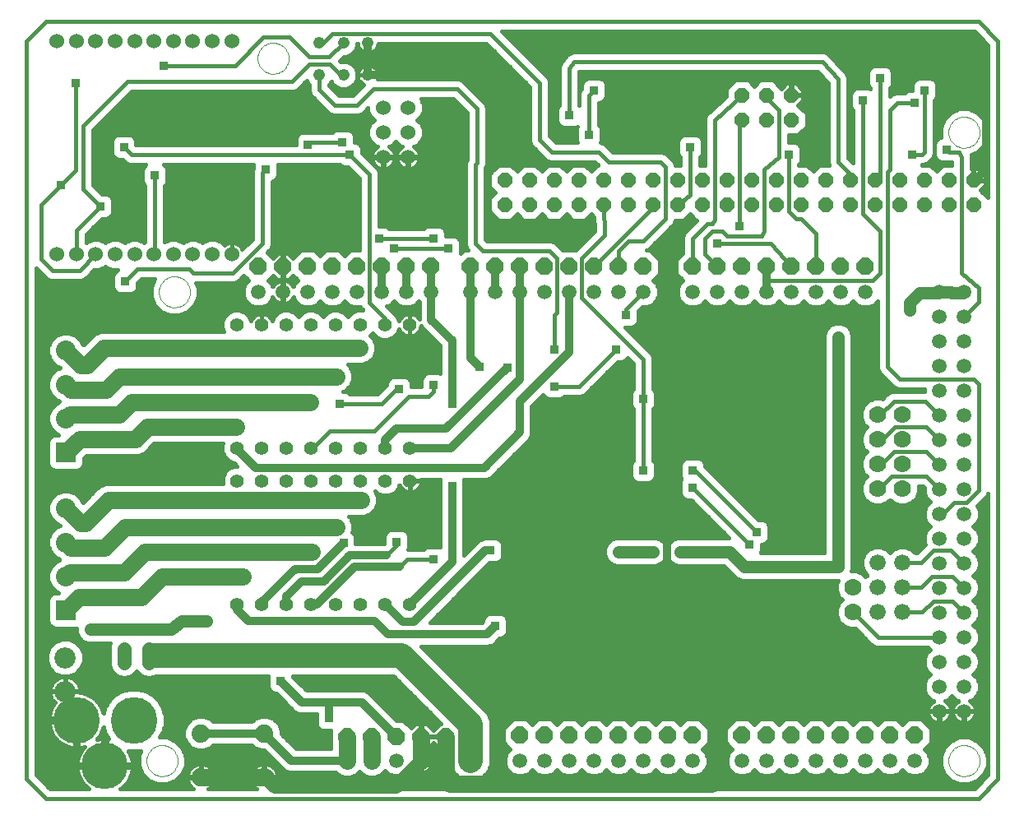
<source format=gbl>
G75*
G70*
%OFA0B0*%
%FSLAX24Y24*%
%IPPOS*%
%LPD*%
%AMOC8*
5,1,8,0,0,1.08239X$1,22.5*
%
%ADD10C,0.0160*%
%ADD11C,0.0000*%
%ADD12C,0.0594*%
%ADD13C,0.0700*%
%ADD14C,0.0554*%
%ADD15C,0.0600*%
%ADD16C,0.1890*%
%ADD17C,0.0560*%
%ADD18OC8,0.0600*%
%ADD19R,0.0800X0.0800*%
%ADD20C,0.0800*%
%ADD21C,0.0860*%
%ADD22C,0.0740*%
%ADD23C,0.0476*%
%ADD24OC8,0.0700*%
%ADD25C,0.0660*%
%ADD26C,0.0700*%
%ADD27C,0.0320*%
%ADD28R,0.0356X0.0356*%
%ADD29C,0.0500*%
%ADD30C,0.0400*%
%ADD31C,0.1000*%
D10*
X001915Y001977D02*
X002702Y001189D01*
X040498Y001189D01*
X041285Y001977D01*
X041285Y031898D01*
X040498Y032685D01*
X002702Y032685D01*
X001915Y031898D01*
X001915Y001977D01*
X002315Y002142D02*
X002315Y022674D01*
X002738Y022250D01*
X002885Y022189D01*
X003045Y022189D01*
X004145Y022189D01*
X004292Y022250D01*
X004404Y022363D01*
X004658Y022617D01*
X004845Y022617D01*
X005073Y022711D01*
X005116Y022753D01*
X005158Y022711D01*
X005386Y022617D01*
X005623Y022617D01*
X005556Y022589D01*
X005466Y022499D01*
X005417Y022381D01*
X005417Y021897D01*
X005466Y021780D01*
X005556Y021690D01*
X005673Y021641D01*
X006157Y021641D01*
X006274Y021690D01*
X006364Y021780D01*
X006413Y021897D01*
X006413Y022072D01*
X006581Y022239D01*
X007102Y022239D01*
X006965Y021910D01*
X006965Y021532D01*
X007110Y021183D01*
X007377Y020915D01*
X007726Y020771D01*
X008104Y020771D01*
X008453Y020915D01*
X008720Y021183D01*
X008865Y021532D01*
X008865Y021910D01*
X008790Y022089D01*
X010345Y022089D01*
X010492Y022150D01*
X010604Y022263D01*
X010724Y022383D01*
X010914Y022192D01*
X010792Y022070D01*
X010698Y021843D01*
X010698Y021598D01*
X010792Y021371D01*
X010966Y021198D01*
X011192Y021104D01*
X011438Y021104D01*
X011664Y021198D01*
X011838Y021371D01*
X011892Y021501D01*
X011907Y021471D01*
X011951Y021410D01*
X012004Y021357D01*
X012065Y021313D01*
X012132Y021279D01*
X012203Y021256D01*
X012277Y021244D01*
X012296Y021244D01*
X012296Y021702D01*
X012333Y021702D01*
X012333Y021244D01*
X012352Y021244D01*
X012427Y021256D01*
X012498Y021279D01*
X012565Y021313D01*
X012626Y021357D01*
X012679Y021410D01*
X012723Y021471D01*
X012738Y021501D01*
X012792Y021371D01*
X012966Y021198D01*
X013192Y021104D01*
X013438Y021104D01*
X013664Y021198D01*
X013815Y021348D01*
X013966Y021198D01*
X014192Y021104D01*
X014438Y021104D01*
X014664Y021198D01*
X014815Y021348D01*
X014966Y021198D01*
X015192Y021104D01*
X015438Y021104D01*
X015456Y021111D01*
X015476Y021063D01*
X015555Y020983D01*
X015324Y020983D01*
X015104Y020892D01*
X014943Y020731D01*
X014781Y020892D01*
X014561Y020983D01*
X014324Y020983D01*
X014104Y020892D01*
X013943Y020731D01*
X013781Y020892D01*
X013561Y020983D01*
X013324Y020983D01*
X013104Y020892D01*
X012943Y020731D01*
X012781Y020892D01*
X012561Y020983D01*
X012324Y020983D01*
X012104Y020892D01*
X011936Y020724D01*
X011867Y020558D01*
X011866Y020562D01*
X011834Y020626D01*
X011791Y020684D01*
X011740Y020735D01*
X011682Y020777D01*
X011618Y020810D01*
X011550Y020832D01*
X011479Y020843D01*
X011451Y020843D01*
X011451Y020395D01*
X011434Y020395D01*
X011434Y020843D01*
X011407Y020843D01*
X011335Y020832D01*
X011267Y020810D01*
X011203Y020777D01*
X011145Y020735D01*
X011094Y020684D01*
X011052Y020626D01*
X011019Y020562D01*
X011018Y020558D01*
X010949Y020724D01*
X010781Y020892D01*
X010561Y020983D01*
X010324Y020983D01*
X010104Y020892D01*
X009936Y020724D01*
X009845Y020505D01*
X009845Y020267D01*
X009911Y020109D01*
X005183Y020109D01*
X004916Y020109D01*
X004670Y020007D01*
X004232Y019569D01*
X004175Y019626D01*
X004125Y019747D01*
X003923Y019949D01*
X003658Y020059D01*
X003372Y020059D01*
X003107Y019949D01*
X002905Y019747D01*
X002795Y019482D01*
X002795Y019196D01*
X002905Y018931D01*
X003107Y018729D01*
X003228Y018679D01*
X003268Y018638D01*
X003107Y018571D01*
X002905Y018369D01*
X002795Y018104D01*
X002795Y017818D01*
X002905Y017553D01*
X003107Y017351D01*
X003228Y017301D01*
X003256Y017272D01*
X003228Y017243D01*
X003107Y017193D01*
X002905Y016991D01*
X002795Y016726D01*
X002795Y016440D01*
X002905Y016175D01*
X003107Y015973D01*
X003222Y015925D01*
X003051Y015925D01*
X002934Y015876D01*
X002844Y015786D01*
X002795Y015669D01*
X002795Y014741D01*
X002844Y014624D01*
X002934Y014534D01*
X003051Y014485D01*
X003979Y014485D01*
X004096Y014534D01*
X004186Y014624D01*
X004235Y014741D01*
X004235Y014978D01*
X004342Y015085D01*
X004498Y015085D01*
X006197Y015085D01*
X006464Y015085D01*
X006710Y015187D01*
X007092Y015569D01*
X009872Y015569D01*
X009845Y015505D01*
X009845Y015267D01*
X009936Y015048D01*
X010104Y014880D01*
X010324Y014789D01*
X010336Y014789D01*
X010461Y014664D01*
X010343Y014664D01*
X010124Y014573D01*
X009956Y014405D01*
X009865Y014186D01*
X009865Y013959D01*
X005113Y013959D01*
X004867Y013857D01*
X004678Y013669D01*
X004208Y013199D01*
X004175Y013232D01*
X004125Y013353D01*
X003923Y013556D01*
X003658Y013665D01*
X003372Y013665D01*
X003107Y013556D01*
X002905Y013353D01*
X002795Y013088D01*
X002795Y012802D01*
X002905Y012537D01*
X003107Y012335D01*
X003228Y012285D01*
X003268Y012244D01*
X003107Y012178D01*
X002905Y011975D01*
X002795Y011710D01*
X002795Y011424D01*
X002905Y011159D01*
X003107Y010957D01*
X003228Y010907D01*
X003256Y010878D01*
X003228Y010850D01*
X003107Y010800D01*
X002905Y010597D01*
X002795Y010333D01*
X002795Y010046D01*
X002905Y009781D01*
X003107Y009579D01*
X003222Y009531D01*
X003051Y009531D01*
X002934Y009483D01*
X002844Y009393D01*
X002795Y009275D01*
X002315Y009275D01*
X002315Y009116D02*
X002795Y009116D01*
X002795Y008958D02*
X002315Y008958D01*
X002315Y008799D02*
X002795Y008799D01*
X002795Y008641D02*
X002315Y008641D01*
X002315Y008482D02*
X002795Y008482D01*
X002795Y008348D02*
X002844Y008230D01*
X002934Y008140D01*
X003051Y008091D01*
X003945Y008091D01*
X003945Y007926D01*
X004032Y007716D01*
X004064Y007684D01*
X004066Y007680D01*
X004156Y007590D01*
X004160Y007588D01*
X004192Y007556D01*
X004402Y007469D01*
X005324Y007469D01*
X005286Y007378D01*
X005286Y006580D01*
X004164Y006580D01*
X004120Y006473D02*
X004234Y006748D01*
X004234Y007047D01*
X004120Y007322D01*
X003909Y007533D01*
X003633Y007648D01*
X003335Y007648D01*
X003059Y007533D01*
X002848Y007322D01*
X002734Y007047D01*
X002734Y006748D01*
X002848Y006473D01*
X003059Y006262D01*
X003335Y006148D01*
X003633Y006148D01*
X003909Y006262D01*
X004120Y006473D01*
X004069Y006421D02*
X005352Y006421D01*
X005378Y006359D02*
X005546Y006190D01*
X005767Y006099D01*
X006006Y006099D01*
X006226Y006190D01*
X006386Y006351D01*
X006546Y006190D01*
X006767Y006099D01*
X007006Y006099D01*
X007150Y006159D01*
X007288Y006159D01*
X011717Y006159D01*
X011717Y005697D01*
X011766Y005580D01*
X011856Y005490D01*
X011973Y005441D01*
X012034Y005441D01*
X012793Y004682D01*
X012969Y004609D01*
X013160Y004609D01*
X013667Y004609D01*
X013667Y004197D01*
X013716Y004080D01*
X013806Y003990D01*
X013923Y003941D01*
X014245Y003941D01*
X014245Y003412D01*
X014245Y003201D01*
X012852Y003201D01*
X012235Y003818D01*
X012235Y003967D01*
X012130Y004220D01*
X011936Y004414D01*
X011682Y004519D01*
X011408Y004519D01*
X011154Y004414D01*
X011049Y004309D01*
X009481Y004309D01*
X009376Y004414D01*
X009122Y004519D01*
X008848Y004519D01*
X008594Y004414D01*
X008400Y004220D01*
X008295Y003967D01*
X008295Y003692D01*
X008400Y003438D01*
X008594Y003244D01*
X008848Y003139D01*
X009122Y003139D01*
X009376Y003244D01*
X009481Y003349D01*
X011049Y003349D01*
X011154Y003244D01*
X011408Y003139D01*
X011556Y003139D01*
X012382Y002314D01*
X012558Y002241D01*
X012749Y002241D01*
X014447Y002241D01*
X014535Y002153D01*
X014782Y002051D01*
X015048Y002051D01*
X015294Y002153D01*
X015415Y002273D01*
X015535Y002153D01*
X015782Y002051D01*
X016048Y002051D01*
X016294Y002153D01*
X016452Y002311D01*
X016566Y002198D01*
X016792Y002104D01*
X017038Y002104D01*
X017264Y002198D01*
X017438Y002371D01*
X017492Y002501D01*
X017507Y002471D01*
X017551Y002410D01*
X017604Y002357D01*
X017665Y002313D01*
X017732Y002279D01*
X017803Y002256D01*
X017877Y002244D01*
X017896Y002244D01*
X017896Y002702D01*
X017933Y002702D01*
X017933Y002244D01*
X017952Y002244D01*
X018027Y002256D01*
X018098Y002279D01*
X018165Y002313D01*
X018226Y002357D01*
X018279Y002410D01*
X018323Y002471D01*
X018357Y002538D01*
X018380Y002609D01*
X018392Y002683D01*
X018392Y002702D01*
X017934Y002702D01*
X017934Y002739D01*
X018392Y002739D01*
X018392Y002758D01*
X018380Y002832D01*
X018357Y002904D01*
X018323Y002971D01*
X018279Y003031D01*
X018226Y003084D01*
X018165Y003129D01*
X018105Y003159D01*
X018134Y003159D01*
X018415Y003440D01*
X018695Y003159D01*
X018725Y003159D01*
X018665Y003129D01*
X018604Y003084D01*
X018551Y003031D01*
X018507Y002971D01*
X018473Y002904D01*
X018450Y002832D01*
X018438Y002758D01*
X018438Y002739D01*
X018896Y002739D01*
X018896Y002702D01*
X018438Y002702D01*
X018438Y002683D01*
X018450Y002609D01*
X018473Y002538D01*
X018507Y002471D01*
X018551Y002410D01*
X018604Y002357D01*
X018665Y002313D01*
X018732Y002279D01*
X018803Y002256D01*
X018877Y002244D01*
X018896Y002244D01*
X018896Y002702D01*
X018933Y002702D01*
X018933Y002244D01*
X018952Y002244D01*
X019027Y002256D01*
X019098Y002279D01*
X019165Y002313D01*
X019189Y002331D01*
X019220Y002256D01*
X019450Y002026D01*
X019752Y001901D01*
X020078Y001901D01*
X020379Y002026D01*
X020610Y002256D01*
X020735Y002558D01*
X020735Y004352D01*
X020610Y004654D01*
X020379Y004884D01*
X017905Y007359D01*
X020469Y007359D01*
X020660Y007359D01*
X020837Y007432D01*
X021096Y007691D01*
X021157Y007691D01*
X021274Y007740D01*
X021364Y007830D01*
X021413Y007947D01*
X021413Y008431D01*
X021364Y008549D01*
X021274Y008639D01*
X021157Y008687D01*
X020673Y008687D01*
X020556Y008639D01*
X020466Y008549D01*
X020417Y008431D01*
X020417Y008370D01*
X020366Y008319D01*
X018274Y008319D01*
X020696Y010741D01*
X020957Y010741D01*
X021074Y010790D01*
X021164Y010880D01*
X021213Y010997D01*
X021213Y011481D01*
X021164Y011599D01*
X021074Y011689D01*
X020957Y011737D01*
X020473Y011737D01*
X020429Y011719D01*
X020419Y011719D01*
X020243Y011646D01*
X019645Y011048D01*
X019645Y013554D01*
X019663Y013597D01*
X019663Y014081D01*
X019651Y014109D01*
X020369Y014109D01*
X020560Y014109D01*
X020737Y014182D01*
X022187Y015632D01*
X022322Y015767D01*
X022395Y015944D01*
X022395Y017090D01*
X022856Y017552D01*
X022866Y017530D01*
X022956Y017440D01*
X023073Y017391D01*
X023557Y017391D01*
X023674Y017440D01*
X023724Y017489D01*
X024235Y017489D01*
X024395Y017489D01*
X024542Y017550D01*
X025883Y018891D01*
X026057Y018891D01*
X026174Y018940D01*
X026264Y019030D01*
X026277Y019061D01*
X026515Y018824D01*
X026515Y017798D01*
X026466Y017749D01*
X026417Y017631D01*
X026417Y017147D01*
X026466Y017030D01*
X026515Y016980D01*
X026515Y014898D01*
X026466Y014849D01*
X026417Y014731D01*
X026417Y014247D01*
X026466Y014130D01*
X026556Y014040D01*
X026673Y013991D01*
X027157Y013991D01*
X027274Y014040D01*
X027364Y014130D01*
X027413Y014247D01*
X027413Y014731D01*
X027364Y014849D01*
X027315Y014898D01*
X027315Y016980D01*
X027364Y017030D01*
X027413Y017147D01*
X027413Y017631D01*
X027364Y017749D01*
X027315Y017798D01*
X027315Y019069D01*
X027254Y019216D01*
X027142Y019328D01*
X026179Y020291D01*
X026457Y020291D01*
X026574Y020340D01*
X026664Y020430D01*
X026713Y020547D01*
X026713Y020953D01*
X026864Y021104D01*
X027038Y021104D01*
X027264Y021198D01*
X027438Y021371D01*
X027532Y021598D01*
X027532Y021843D01*
X027438Y022070D01*
X027316Y022192D01*
X027585Y022462D01*
X027585Y023017D01*
X027192Y023409D01*
X027043Y023409D01*
X027142Y023450D01*
X027254Y023563D01*
X028154Y024463D01*
X028215Y024610D01*
X028215Y024627D01*
X028559Y024627D01*
X028802Y024870D01*
X029045Y024627D01*
X029087Y024627D01*
X028576Y024116D01*
X028515Y023969D01*
X028515Y023810D01*
X028515Y023287D01*
X028245Y023017D01*
X028245Y022462D01*
X028514Y022192D01*
X028392Y022070D01*
X028298Y021843D01*
X028298Y021598D01*
X028392Y021371D01*
X028566Y021198D01*
X028792Y021104D01*
X029038Y021104D01*
X029264Y021198D01*
X029415Y021348D01*
X029566Y021198D01*
X029792Y021104D01*
X030038Y021104D01*
X030264Y021198D01*
X030415Y021348D01*
X030566Y021198D01*
X030792Y021104D01*
X031038Y021104D01*
X031264Y021198D01*
X031415Y021348D01*
X031566Y021198D01*
X031792Y021104D01*
X032038Y021104D01*
X032264Y021198D01*
X032415Y021348D01*
X032566Y021198D01*
X032792Y021104D01*
X033038Y021104D01*
X033264Y021198D01*
X033415Y021348D01*
X033566Y021198D01*
X033792Y021104D01*
X034038Y021104D01*
X034264Y021198D01*
X034415Y021348D01*
X034566Y021198D01*
X034792Y021104D01*
X035038Y021104D01*
X035264Y021198D01*
X035415Y021348D01*
X035566Y021198D01*
X035792Y021104D01*
X036038Y021104D01*
X036264Y021198D01*
X036415Y021348D01*
X036415Y018769D01*
X036415Y018610D01*
X036476Y018463D01*
X036976Y017963D01*
X036976Y017963D01*
X037088Y017850D01*
X037235Y017789D01*
X038298Y017789D01*
X038298Y017689D01*
X038267Y017689D01*
X036985Y017689D01*
X036838Y017628D01*
X036726Y017516D01*
X036598Y017388D01*
X036548Y017409D01*
X036282Y017409D01*
X036035Y017307D01*
X035847Y017119D01*
X035745Y016873D01*
X035745Y016606D01*
X035847Y016360D01*
X035967Y016239D01*
X035847Y016119D01*
X035745Y015873D01*
X035745Y015606D01*
X035847Y015360D01*
X035967Y015239D01*
X035847Y015119D01*
X035745Y014873D01*
X035745Y014606D01*
X035847Y014360D01*
X035967Y014239D01*
X035847Y014119D01*
X035745Y013873D01*
X035385Y013873D01*
X035385Y014031D02*
X035811Y014031D01*
X035745Y013873D02*
X035745Y013606D01*
X035847Y013360D01*
X036035Y013171D01*
X036282Y013069D01*
X036548Y013069D01*
X036794Y013171D01*
X036915Y013292D01*
X037035Y013171D01*
X037282Y013069D01*
X037548Y013069D01*
X037794Y013171D01*
X037983Y013360D01*
X038085Y013606D01*
X038085Y013839D01*
X038231Y013839D01*
X038298Y013772D01*
X038298Y013598D01*
X038392Y013371D01*
X038543Y013221D01*
X038392Y013070D01*
X038298Y012843D01*
X038298Y012598D01*
X038392Y012371D01*
X038543Y012221D01*
X038392Y012070D01*
X038298Y011843D01*
X038298Y011598D01*
X038345Y011485D01*
X038326Y011466D01*
X037999Y011139D01*
X037934Y011139D01*
X037783Y011290D01*
X037544Y011389D01*
X037286Y011389D01*
X037047Y011290D01*
X036915Y011159D01*
X036783Y011290D01*
X036544Y011389D01*
X036286Y011389D01*
X036047Y011290D01*
X035864Y011107D01*
X035765Y010869D01*
X035765Y010610D01*
X035864Y010371D01*
X035996Y010239D01*
X035929Y010173D01*
X035794Y010307D01*
X035548Y010409D01*
X035357Y010409D01*
X035385Y010476D01*
X035385Y020003D01*
X035298Y020212D01*
X035266Y020244D01*
X035264Y020249D01*
X035174Y020339D01*
X035170Y020341D01*
X035138Y020372D01*
X034928Y020459D01*
X034702Y020459D01*
X034492Y020372D01*
X034460Y020341D01*
X034456Y020339D01*
X034366Y020249D01*
X034364Y020244D01*
X034332Y020212D01*
X034245Y020003D01*
X034245Y011159D01*
X031676Y011159D01*
X031713Y011247D01*
X031713Y011491D01*
X031757Y011491D01*
X031874Y011540D01*
X031964Y011630D01*
X032013Y011747D01*
X032013Y012231D01*
X031964Y012349D01*
X031874Y012439D01*
X031757Y012487D01*
X031583Y012487D01*
X029413Y014657D01*
X029413Y014731D01*
X029364Y014849D01*
X029274Y014939D01*
X029157Y014987D01*
X028673Y014987D01*
X028556Y014939D01*
X028466Y014849D01*
X028417Y014731D01*
X028417Y014247D01*
X028462Y014139D01*
X028417Y014031D01*
X028417Y013547D01*
X028466Y013430D01*
X028556Y013340D01*
X028673Y013291D01*
X028847Y013291D01*
X030379Y011759D01*
X030302Y011759D01*
X028302Y011759D01*
X028092Y011672D01*
X028060Y011641D01*
X028056Y011639D01*
X027966Y011549D01*
X027964Y011544D01*
X027932Y011512D01*
X027865Y011351D01*
X027798Y011512D01*
X027766Y011544D01*
X027764Y011549D01*
X027674Y011639D01*
X027670Y011641D01*
X027638Y011672D01*
X027428Y011759D01*
X025802Y011759D01*
X025592Y011672D01*
X025560Y011641D01*
X025556Y011639D01*
X025466Y011549D01*
X025464Y011544D01*
X025432Y011512D01*
X025345Y011303D01*
X025345Y011076D01*
X025432Y010866D01*
X025464Y010834D01*
X025466Y010830D01*
X025556Y010740D01*
X025560Y010738D01*
X025592Y010706D01*
X025802Y010619D01*
X027428Y010619D01*
X027638Y010706D01*
X027670Y010738D01*
X027674Y010740D01*
X027764Y010830D01*
X027766Y010834D01*
X027798Y010866D01*
X027865Y011028D01*
X027932Y010866D01*
X027964Y010834D01*
X027966Y010830D01*
X028056Y010740D01*
X028060Y010738D01*
X028092Y010706D01*
X028302Y010619D01*
X030179Y010619D01*
X030532Y010266D01*
X030692Y010106D01*
X030902Y010019D01*
X034702Y010019D01*
X034806Y010019D01*
X034745Y009873D01*
X034745Y009606D01*
X034847Y009360D01*
X034967Y009239D01*
X034847Y009119D01*
X034745Y008873D01*
X034745Y008606D01*
X034847Y008360D01*
X035035Y008171D01*
X035282Y008069D01*
X035519Y008069D01*
X036094Y007494D01*
X036207Y007382D01*
X036354Y007321D01*
X038443Y007321D01*
X038543Y007221D01*
X038392Y007070D01*
X038298Y006843D01*
X038298Y006598D01*
X038392Y006371D01*
X038543Y006221D01*
X038392Y006070D01*
X038298Y005843D01*
X038298Y005598D01*
X038392Y005371D01*
X038566Y005198D01*
X038695Y005144D01*
X038665Y005129D01*
X038604Y005084D01*
X038551Y005031D01*
X038507Y004971D01*
X038473Y004904D01*
X038450Y004832D01*
X038438Y004758D01*
X038438Y004739D01*
X038896Y004739D01*
X038896Y004702D01*
X038438Y004702D01*
X038438Y004683D01*
X038450Y004609D01*
X038473Y004538D01*
X038507Y004471D01*
X038551Y004410D01*
X038604Y004357D01*
X038665Y004313D01*
X038732Y004279D01*
X038803Y004256D01*
X038877Y004244D01*
X038896Y004244D01*
X038896Y004702D01*
X038933Y004702D01*
X038933Y004244D01*
X038952Y004244D01*
X039027Y004256D01*
X039098Y004279D01*
X039165Y004313D01*
X039226Y004357D01*
X039279Y004410D01*
X039323Y004471D01*
X039357Y004538D01*
X039380Y004609D01*
X039392Y004683D01*
X039392Y004702D01*
X038934Y004702D01*
X038934Y004739D01*
X039392Y004739D01*
X039392Y004758D01*
X039380Y004832D01*
X039357Y004904D01*
X039323Y004971D01*
X039279Y005031D01*
X039226Y005084D01*
X039165Y005129D01*
X039134Y005144D01*
X039264Y005198D01*
X039415Y005348D01*
X039566Y005198D01*
X039695Y005144D01*
X039665Y005129D01*
X039604Y005084D01*
X039551Y005031D01*
X039507Y004971D01*
X039473Y004904D01*
X039450Y004832D01*
X039438Y004758D01*
X039438Y004739D01*
X039896Y004739D01*
X039896Y004702D01*
X039438Y004702D01*
X039438Y004683D01*
X039450Y004609D01*
X039473Y004538D01*
X039507Y004471D01*
X039551Y004410D01*
X039604Y004357D01*
X039665Y004313D01*
X039732Y004279D01*
X039803Y004256D01*
X039877Y004244D01*
X039896Y004244D01*
X039896Y004702D01*
X039933Y004702D01*
X039933Y004244D01*
X039952Y004244D01*
X040027Y004256D01*
X040098Y004279D01*
X040165Y004313D01*
X040226Y004357D01*
X040279Y004410D01*
X040323Y004471D01*
X040357Y004538D01*
X040380Y004609D01*
X040392Y004683D01*
X040392Y004702D01*
X039934Y004702D01*
X039934Y004739D01*
X040392Y004739D01*
X040392Y004758D01*
X040380Y004832D01*
X040357Y004904D01*
X040323Y004971D01*
X040279Y005031D01*
X040226Y005084D01*
X040165Y005129D01*
X040134Y005144D01*
X040264Y005198D01*
X040438Y005371D01*
X040532Y005598D01*
X040532Y005843D01*
X040438Y006070D01*
X040287Y006221D01*
X040438Y006371D01*
X040532Y006598D01*
X040532Y006843D01*
X040438Y007070D01*
X040287Y007221D01*
X040438Y007371D01*
X040532Y007598D01*
X040532Y007843D01*
X040438Y008070D01*
X040287Y008221D01*
X040438Y008371D01*
X040532Y008598D01*
X040532Y008843D01*
X040438Y009070D01*
X040287Y009221D01*
X040438Y009371D01*
X040532Y009598D01*
X040532Y009843D01*
X040438Y010070D01*
X040287Y010221D01*
X040438Y010371D01*
X040532Y010598D01*
X040532Y010843D01*
X040438Y011070D01*
X040287Y011221D01*
X040438Y011371D01*
X040532Y011598D01*
X040532Y011843D01*
X040438Y012070D01*
X040287Y012221D01*
X040438Y012371D01*
X040532Y012598D01*
X040532Y012843D01*
X040445Y013053D01*
X040742Y013350D01*
X040854Y013463D01*
X040885Y013538D01*
X040885Y002142D01*
X040332Y001589D01*
X011847Y001589D01*
X011903Y001630D01*
X011964Y001691D01*
X012015Y001761D01*
X012055Y001838D01*
X012081Y001920D01*
X012095Y002006D01*
X012095Y002029D01*
X011565Y002029D01*
X011565Y002069D01*
X012095Y002069D01*
X012095Y002093D01*
X012081Y002178D01*
X012055Y002260D01*
X012015Y002338D01*
X011964Y002408D01*
X011903Y002469D01*
X011833Y002520D01*
X011756Y002559D01*
X011674Y002586D01*
X011588Y002599D01*
X011565Y002599D01*
X011565Y002070D01*
X011525Y002070D01*
X011525Y002599D01*
X011502Y002599D01*
X011416Y002586D01*
X011334Y002559D01*
X011257Y002520D01*
X011187Y002469D01*
X011125Y002408D01*
X011075Y002338D01*
X011035Y002260D01*
X011009Y002178D01*
X010995Y002093D01*
X010995Y002069D01*
X011525Y002069D01*
X011525Y002029D01*
X010995Y002029D01*
X010995Y002006D01*
X011009Y001920D01*
X011035Y001838D01*
X011075Y001761D01*
X011125Y001691D01*
X011187Y001630D01*
X011242Y001589D01*
X009287Y001589D01*
X009343Y001630D01*
X009404Y001691D01*
X009455Y001761D01*
X009495Y001838D01*
X009521Y001920D01*
X009535Y002006D01*
X009535Y002029D01*
X009005Y002029D01*
X009005Y002069D01*
X009535Y002069D01*
X009535Y002093D01*
X009521Y002178D01*
X009495Y002260D01*
X009455Y002338D01*
X009404Y002408D01*
X009343Y002469D01*
X009273Y002520D01*
X009196Y002559D01*
X009114Y002586D01*
X009028Y002599D01*
X009005Y002599D01*
X009005Y002070D01*
X008965Y002070D01*
X008965Y002599D01*
X008942Y002599D01*
X008856Y002586D01*
X008774Y002559D01*
X008697Y002520D01*
X008627Y002469D01*
X008565Y002408D01*
X008515Y002338D01*
X008475Y002260D01*
X008449Y002178D01*
X008435Y002093D01*
X008435Y002069D01*
X008965Y002069D01*
X008965Y002029D01*
X008435Y002029D01*
X008435Y002006D01*
X008449Y001920D01*
X008475Y001838D01*
X008515Y001761D01*
X008565Y001691D01*
X008627Y001630D01*
X008682Y001589D01*
X005727Y001589D01*
X005740Y001597D01*
X005839Y001676D01*
X005928Y001765D01*
X006007Y001864D01*
X006074Y001971D01*
X006129Y002085D01*
X006171Y002204D01*
X006199Y002327D01*
X006211Y002436D01*
X005168Y002436D01*
X005168Y002596D01*
X005008Y002596D01*
X005008Y002436D01*
X003965Y002436D01*
X003977Y002327D01*
X004006Y002204D01*
X004047Y002085D01*
X004102Y001971D01*
X004169Y001864D01*
X004248Y001765D01*
X004337Y001676D01*
X004436Y001597D01*
X004449Y001589D01*
X002868Y001589D01*
X002315Y002142D01*
X002317Y002141D02*
X004028Y002141D01*
X003984Y002299D02*
X002315Y002299D01*
X002315Y002458D02*
X005008Y002458D01*
X005008Y002596D02*
X003965Y002596D01*
X003977Y002705D01*
X004006Y002828D01*
X004047Y002947D01*
X004102Y003061D01*
X004169Y003168D01*
X004248Y003267D01*
X004269Y003288D01*
X004258Y003284D01*
X004135Y003256D01*
X004026Y003243D01*
X004026Y004286D01*
X003866Y004286D01*
X003866Y003243D01*
X003758Y003256D01*
X003635Y003284D01*
X003515Y003326D01*
X003401Y003380D01*
X003294Y003448D01*
X003196Y003526D01*
X003106Y003616D01*
X003028Y003714D01*
X002960Y003821D01*
X002906Y003935D01*
X002864Y004055D01*
X002836Y004178D01*
X002823Y004286D01*
X003866Y004286D01*
X003866Y004446D01*
X002823Y004446D01*
X002836Y004555D01*
X002864Y004678D01*
X002906Y004798D01*
X002960Y004911D01*
X003028Y005018D01*
X003070Y005071D01*
X003019Y005122D01*
X002963Y005200D01*
X002919Y005285D01*
X002889Y005377D01*
X002874Y005472D01*
X002874Y005501D01*
X003466Y005501D01*
X003466Y005538D01*
X003466Y006130D01*
X003436Y006130D01*
X003341Y006115D01*
X003250Y006085D01*
X003165Y006041D01*
X003087Y005985D01*
X003019Y005917D01*
X002963Y005839D01*
X002919Y005754D01*
X002889Y005662D01*
X002874Y005568D01*
X002874Y005538D01*
X003466Y005538D01*
X003503Y005538D01*
X004094Y005538D01*
X004094Y005568D01*
X004079Y005662D01*
X004050Y005754D01*
X004006Y005839D01*
X003949Y005917D01*
X003882Y005985D01*
X003804Y006041D01*
X003718Y006085D01*
X003627Y006115D01*
X003532Y006130D01*
X003503Y006130D01*
X003503Y005538D01*
X003503Y005501D01*
X004094Y005501D01*
X004094Y005482D01*
X004135Y005477D01*
X004258Y005449D01*
X004378Y005407D01*
X004491Y005352D01*
X004598Y005285D01*
X004697Y005206D01*
X004786Y005117D01*
X004865Y005018D01*
X004932Y004911D01*
X004987Y004798D01*
X005029Y004678D01*
X005036Y004649D01*
X005091Y004855D01*
X005257Y005143D01*
X005493Y005379D01*
X005781Y005545D01*
X006103Y005631D01*
X006436Y005631D01*
X006758Y005545D01*
X007046Y005379D01*
X007281Y005143D01*
X007448Y004855D01*
X007534Y004533D01*
X007534Y004200D01*
X007448Y003878D01*
X007328Y003671D01*
X007604Y003671D01*
X007953Y003526D01*
X008220Y003259D01*
X008365Y002910D01*
X008365Y002532D01*
X008220Y002183D01*
X007953Y001915D01*
X007604Y001771D01*
X007226Y001771D01*
X006877Y001915D01*
X006610Y002183D01*
X006465Y002532D01*
X006465Y002910D01*
X006558Y003134D01*
X006436Y003102D01*
X006103Y003102D01*
X006038Y003119D01*
X006074Y003061D01*
X006129Y002947D01*
X006171Y002828D01*
X006199Y002705D01*
X006211Y002596D01*
X005168Y002596D01*
X005168Y003639D01*
X005233Y003632D01*
X005091Y003878D01*
X005036Y004083D01*
X005029Y004055D01*
X004987Y003935D01*
X004932Y003821D01*
X004865Y003714D01*
X004786Y003616D01*
X004766Y003595D01*
X004776Y003599D01*
X004899Y003627D01*
X005008Y003639D01*
X005008Y002596D01*
X005008Y002616D02*
X005168Y002616D01*
X005168Y002458D02*
X006496Y002458D01*
X006465Y002616D02*
X006209Y002616D01*
X006183Y002775D02*
X006465Y002775D01*
X006475Y002933D02*
X006134Y002933D01*
X006055Y003092D02*
X006541Y003092D01*
X007360Y003726D02*
X008295Y003726D01*
X008295Y003885D02*
X007450Y003885D01*
X007492Y004043D02*
X008327Y004043D01*
X008392Y004202D02*
X007534Y004202D01*
X007534Y004360D02*
X008540Y004360D01*
X008846Y004519D02*
X007534Y004519D01*
X007496Y004677D02*
X012805Y004677D01*
X012640Y004836D02*
X007453Y004836D01*
X007367Y004994D02*
X012481Y004994D01*
X012323Y005153D02*
X007272Y005153D01*
X007113Y005311D02*
X012164Y005311D01*
X011904Y005470D02*
X006888Y005470D01*
X006446Y005629D02*
X011745Y005629D01*
X011717Y005787D02*
X004033Y005787D01*
X004085Y005629D02*
X006092Y005629D01*
X005651Y005470D02*
X004167Y005470D01*
X004557Y005311D02*
X005425Y005311D01*
X005267Y005153D02*
X004751Y005153D01*
X004880Y004994D02*
X005171Y004994D01*
X005086Y004836D02*
X004969Y004836D01*
X005029Y004677D02*
X005043Y004677D01*
X005025Y004043D02*
X005046Y004043D01*
X005089Y003885D02*
X004963Y003885D01*
X004872Y003726D02*
X005178Y003726D01*
X005168Y003567D02*
X005008Y003567D01*
X005008Y003409D02*
X005168Y003409D01*
X005168Y003250D02*
X005008Y003250D01*
X005008Y003092D02*
X005168Y003092D01*
X005168Y002933D02*
X005008Y002933D01*
X005008Y002775D02*
X005168Y002775D01*
X004235Y003250D02*
X004088Y003250D01*
X004026Y003250D02*
X003866Y003250D01*
X003805Y003250D02*
X002315Y003250D01*
X002315Y003092D02*
X004121Y003092D01*
X004042Y002933D02*
X002315Y002933D01*
X002315Y002775D02*
X003993Y002775D01*
X003967Y002616D02*
X002315Y002616D01*
X002475Y001982D02*
X004097Y001982D01*
X004202Y001823D02*
X002634Y001823D01*
X002792Y001665D02*
X004351Y001665D01*
X005825Y001665D02*
X008591Y001665D01*
X008483Y001823D02*
X007731Y001823D01*
X008020Y001982D02*
X008439Y001982D01*
X008443Y002141D02*
X008178Y002141D01*
X008268Y002299D02*
X008495Y002299D01*
X008616Y002458D02*
X008334Y002458D01*
X008365Y002616D02*
X012079Y002616D01*
X012238Y002458D02*
X011914Y002458D01*
X012035Y002299D02*
X012417Y002299D01*
X012087Y002141D02*
X014565Y002141D01*
X015265Y002141D02*
X015565Y002141D01*
X016265Y002141D02*
X016704Y002141D01*
X016464Y002299D02*
X016441Y002299D01*
X017126Y002141D02*
X019336Y002141D01*
X019202Y002299D02*
X019138Y002299D01*
X018933Y002299D02*
X018896Y002299D01*
X018896Y002458D02*
X018933Y002458D01*
X018933Y002616D02*
X018896Y002616D01*
X018896Y002739D02*
X018896Y003198D01*
X018895Y003198D01*
X018895Y003669D01*
X018935Y003669D01*
X018935Y003198D01*
X018933Y003198D01*
X018933Y002739D01*
X018896Y002739D01*
X018896Y002775D02*
X018933Y002775D01*
X018933Y002933D02*
X018896Y002933D01*
X018896Y003092D02*
X018933Y003092D01*
X018935Y003250D02*
X018895Y003250D01*
X018895Y003409D02*
X018935Y003409D01*
X018935Y003567D02*
X018895Y003567D01*
X018895Y003669D02*
X018445Y003669D01*
X017935Y003669D01*
X017935Y003198D01*
X017933Y003198D01*
X017933Y002739D01*
X017896Y002739D01*
X017896Y003198D01*
X017895Y003198D01*
X017895Y003669D01*
X017935Y003669D01*
X017935Y003709D01*
X018385Y003709D01*
X018895Y003709D01*
X018895Y003669D01*
X018604Y003250D02*
X018226Y003250D01*
X018216Y003092D02*
X018614Y003092D01*
X018488Y002933D02*
X018342Y002933D01*
X018389Y002775D02*
X018441Y002775D01*
X018449Y002616D02*
X018381Y002616D01*
X018313Y002458D02*
X018517Y002458D01*
X018692Y002299D02*
X018138Y002299D01*
X017933Y002299D02*
X017896Y002299D01*
X017896Y002458D02*
X017933Y002458D01*
X017933Y002616D02*
X017896Y002616D01*
X017896Y002775D02*
X017933Y002775D01*
X017933Y002933D02*
X017896Y002933D01*
X017896Y003092D02*
X017933Y003092D01*
X017935Y003250D02*
X017895Y003250D01*
X017895Y003409D02*
X017935Y003409D01*
X017935Y003567D02*
X017895Y003567D01*
X017895Y003710D02*
X017895Y004219D01*
X017695Y004219D01*
X017514Y004038D01*
X017192Y004359D01*
X016924Y004359D01*
X015787Y005496D01*
X015610Y005569D01*
X015419Y005569D01*
X014260Y005569D01*
X013264Y005569D01*
X012713Y006120D01*
X012713Y006159D01*
X016786Y006159D01*
X018725Y004219D01*
X018695Y004219D01*
X018415Y003939D01*
X018134Y004219D01*
X017935Y004219D01*
X017935Y003710D01*
X017895Y003710D01*
X017895Y003726D02*
X017935Y003726D01*
X017935Y003885D02*
X017895Y003885D01*
X017895Y004043D02*
X017935Y004043D01*
X017935Y004202D02*
X017895Y004202D01*
X017678Y004202D02*
X017350Y004202D01*
X017509Y004043D02*
X017519Y004043D01*
X016923Y004360D02*
X018584Y004360D01*
X018678Y004202D02*
X018152Y004202D01*
X018311Y004043D02*
X018519Y004043D01*
X018426Y004519D02*
X016764Y004519D01*
X016606Y004677D02*
X018267Y004677D01*
X018109Y004836D02*
X016447Y004836D01*
X016289Y004994D02*
X017950Y004994D01*
X017792Y005153D02*
X016130Y005153D01*
X015972Y005311D02*
X017633Y005311D01*
X017475Y005470D02*
X015813Y005470D01*
X016840Y006104D02*
X012729Y006104D01*
X012887Y005946D02*
X016999Y005946D01*
X017158Y005787D02*
X013046Y005787D01*
X013205Y005629D02*
X017316Y005629D01*
X018684Y006580D02*
X038306Y006580D01*
X038298Y006738D02*
X018526Y006738D01*
X018367Y006897D02*
X038320Y006897D01*
X038386Y007055D02*
X018208Y007055D01*
X018050Y007214D02*
X038536Y007214D01*
X038915Y007721D02*
X036433Y007721D01*
X035415Y008739D01*
X034796Y008482D02*
X021392Y008482D01*
X021413Y008324D02*
X034883Y008324D01*
X035050Y008165D02*
X021413Y008165D01*
X021413Y008007D02*
X035582Y008007D01*
X035740Y007848D02*
X021372Y007848D01*
X021094Y007690D02*
X035899Y007690D01*
X036058Y007531D02*
X020936Y007531D01*
X020692Y007372D02*
X036229Y007372D01*
X036094Y007494D02*
X036094Y007494D01*
X034745Y008641D02*
X021269Y008641D01*
X020561Y008641D02*
X018595Y008641D01*
X018437Y008482D02*
X020438Y008482D01*
X020371Y008324D02*
X018278Y008324D01*
X018754Y008799D02*
X034745Y008799D01*
X034780Y008958D02*
X018912Y008958D01*
X019071Y009116D02*
X034846Y009116D01*
X034932Y009275D02*
X019229Y009275D01*
X019388Y009434D02*
X034816Y009434D01*
X034751Y009592D02*
X019547Y009592D01*
X019705Y009751D02*
X034745Y009751D01*
X034760Y009909D02*
X019864Y009909D01*
X020022Y010068D02*
X030785Y010068D01*
X030572Y010226D02*
X020181Y010226D01*
X020339Y010385D02*
X030413Y010385D01*
X030255Y010543D02*
X020498Y010543D01*
X020656Y010702D02*
X025602Y010702D01*
X025438Y010860D02*
X021145Y010860D01*
X021213Y011019D02*
X025369Y011019D01*
X025345Y011178D02*
X021213Y011178D01*
X021213Y011336D02*
X025359Y011336D01*
X025424Y011495D02*
X021207Y011495D01*
X021110Y011653D02*
X025573Y011653D01*
X027657Y011653D02*
X028073Y011653D01*
X027924Y011495D02*
X027805Y011495D01*
X027861Y011019D02*
X027869Y011019D01*
X027938Y010860D02*
X027792Y010860D01*
X027628Y010702D02*
X028102Y010702D01*
X029851Y012287D02*
X019645Y012287D01*
X019645Y012129D02*
X030010Y012129D01*
X030168Y011970D02*
X019645Y011970D01*
X019645Y011812D02*
X030327Y011812D01*
X029693Y012446D02*
X019645Y012446D01*
X019645Y012604D02*
X029534Y012604D01*
X029376Y012763D02*
X019645Y012763D01*
X019645Y012921D02*
X029217Y012921D01*
X029059Y013080D02*
X019645Y013080D01*
X019645Y013239D02*
X028900Y013239D01*
X028498Y013397D02*
X019645Y013397D01*
X019646Y013556D02*
X028417Y013556D01*
X028417Y013714D02*
X019663Y013714D01*
X019663Y013873D02*
X028417Y013873D01*
X028417Y014031D02*
X027254Y014031D01*
X027389Y014190D02*
X028441Y014190D01*
X028417Y014348D02*
X027413Y014348D01*
X027413Y014507D02*
X028417Y014507D01*
X028417Y014665D02*
X027413Y014665D01*
X027375Y014824D02*
X028455Y014824D01*
X028662Y014983D02*
X027315Y014983D01*
X027315Y015141D02*
X034245Y015141D01*
X034245Y014983D02*
X029168Y014983D01*
X029375Y014824D02*
X034245Y014824D01*
X034245Y014665D02*
X029413Y014665D01*
X029563Y014507D02*
X034245Y014507D01*
X034245Y014348D02*
X029721Y014348D01*
X029880Y014190D02*
X034245Y014190D01*
X034245Y014031D02*
X030039Y014031D01*
X030197Y013873D02*
X034245Y013873D01*
X034245Y013714D02*
X030356Y013714D01*
X030514Y013556D02*
X034245Y013556D01*
X034245Y013397D02*
X030673Y013397D01*
X030831Y013239D02*
X034245Y013239D01*
X034245Y013080D02*
X030990Y013080D01*
X031148Y012921D02*
X034245Y012921D01*
X034245Y012763D02*
X031307Y012763D01*
X031465Y012604D02*
X034245Y012604D01*
X034245Y012446D02*
X031857Y012446D01*
X031990Y012287D02*
X034245Y012287D01*
X034245Y012129D02*
X032013Y012129D01*
X032013Y011970D02*
X034245Y011970D01*
X034245Y011812D02*
X032013Y011812D01*
X031974Y011653D02*
X034245Y011653D01*
X034245Y011495D02*
X031765Y011495D01*
X031713Y011336D02*
X034245Y011336D01*
X034245Y011178D02*
X031684Y011178D01*
X031215Y011489D02*
X028915Y013789D01*
X028915Y014489D02*
X029015Y014489D01*
X031515Y011989D01*
X035385Y011970D02*
X038351Y011970D01*
X038298Y011812D02*
X035385Y011812D01*
X035385Y011653D02*
X038298Y011653D01*
X038341Y011495D02*
X035385Y011495D01*
X035385Y011336D02*
X036157Y011336D01*
X035934Y011178D02*
X035385Y011178D01*
X035385Y011019D02*
X035827Y011019D01*
X035765Y010860D02*
X035385Y010860D01*
X035385Y010702D02*
X035765Y010702D01*
X035793Y010543D02*
X035385Y010543D01*
X035607Y010385D02*
X035858Y010385D01*
X035875Y010226D02*
X035983Y010226D01*
X036673Y011336D02*
X037157Y011336D01*
X036934Y011178D02*
X036896Y011178D01*
X037415Y010739D02*
X038165Y010739D01*
X038665Y011239D01*
X039396Y011239D01*
X039915Y010721D01*
X040331Y011178D02*
X040885Y011178D01*
X040885Y011336D02*
X040403Y011336D01*
X040489Y011495D02*
X040885Y011495D01*
X040885Y011653D02*
X040532Y011653D01*
X040532Y011812D02*
X040885Y011812D01*
X040885Y011970D02*
X040479Y011970D01*
X040379Y012129D02*
X040885Y012129D01*
X040885Y012287D02*
X040354Y012287D01*
X040469Y012446D02*
X040885Y012446D01*
X040885Y012604D02*
X040532Y012604D01*
X040532Y012763D02*
X040885Y012763D01*
X040885Y012921D02*
X040499Y012921D01*
X040471Y013080D02*
X040885Y013080D01*
X040885Y013239D02*
X040630Y013239D01*
X040788Y013397D02*
X040885Y013397D01*
X040515Y013689D02*
X040515Y017989D01*
X040315Y018189D01*
X037315Y018189D01*
X036815Y018689D01*
X036815Y026589D01*
X036915Y026689D01*
X036915Y029089D01*
X037215Y029389D01*
X037915Y029389D01*
X037817Y029887D02*
X037673Y029887D01*
X037556Y029839D01*
X037506Y029789D01*
X037295Y029789D01*
X037135Y029789D01*
X036988Y029728D01*
X036915Y029655D01*
X036915Y029980D01*
X036964Y030030D01*
X037013Y030147D01*
X037013Y030631D01*
X036964Y030749D01*
X036874Y030839D01*
X036757Y030887D01*
X036273Y030887D01*
X036156Y030839D01*
X036066Y030749D01*
X036017Y030631D01*
X036017Y030147D01*
X036066Y030030D01*
X036115Y029980D01*
X036115Y029963D01*
X036057Y029987D01*
X035573Y029987D01*
X035456Y029939D01*
X035366Y029849D01*
X035317Y029731D01*
X035317Y029247D01*
X035366Y029130D01*
X035415Y029080D01*
X035415Y026955D01*
X035215Y027155D01*
X035215Y030332D01*
X035218Y030404D01*
X035215Y030411D01*
X035215Y030419D01*
X035187Y030486D01*
X035162Y030553D01*
X035157Y030559D01*
X035154Y030566D01*
X035103Y030617D01*
X034507Y031259D01*
X034504Y031266D01*
X034453Y031317D01*
X034404Y031370D01*
X034397Y031373D01*
X034392Y031378D01*
X034324Y031406D01*
X034259Y031436D01*
X034252Y031436D01*
X034245Y031439D01*
X034172Y031439D01*
X034100Y031442D01*
X034093Y031439D01*
X024172Y031439D01*
X024150Y031446D01*
X024093Y031439D01*
X024035Y031439D01*
X024014Y031431D01*
X023992Y031428D01*
X023941Y031400D01*
X023888Y031378D01*
X023872Y031362D01*
X023852Y031351D01*
X023817Y031307D01*
X023776Y031266D01*
X023767Y031245D01*
X023617Y031057D01*
X023576Y031016D01*
X023567Y030995D01*
X023553Y030977D01*
X023537Y030922D01*
X023515Y030869D01*
X023515Y030846D01*
X023509Y030824D01*
X023515Y030767D01*
X023515Y029298D01*
X023466Y029249D01*
X023417Y029131D01*
X023417Y028647D01*
X023466Y028530D01*
X023556Y028440D01*
X023673Y028391D01*
X024157Y028391D01*
X024259Y028434D01*
X024217Y028331D01*
X024217Y027847D01*
X024241Y027789D01*
X023381Y027789D01*
X023115Y028055D01*
X023115Y030269D01*
X023054Y030416D01*
X022942Y030528D01*
X021184Y032285D01*
X040332Y032285D01*
X040885Y031732D01*
X040885Y025541D01*
X040580Y025846D01*
X040782Y026048D01*
X040782Y026227D01*
X040322Y026227D01*
X040322Y026267D01*
X040782Y026267D01*
X040782Y026446D01*
X040501Y026727D01*
X040322Y026727D01*
X040322Y026267D01*
X040282Y026267D01*
X040282Y026727D01*
X040215Y026727D01*
X040215Y027124D01*
X040220Y027138D01*
X040215Y027204D01*
X040215Y027269D01*
X040209Y027282D01*
X040209Y027283D01*
X040453Y027384D01*
X040720Y027651D01*
X040865Y028000D01*
X040865Y028378D01*
X040720Y028727D01*
X040453Y028995D01*
X040104Y029139D01*
X039726Y029139D01*
X039377Y028995D01*
X039110Y028727D01*
X038965Y028378D01*
X038965Y028000D01*
X038971Y027986D01*
X038856Y027939D01*
X038766Y027849D01*
X038717Y027731D01*
X038717Y027247D01*
X038766Y027130D01*
X038856Y027040D01*
X038973Y026991D01*
X039231Y026991D01*
X039235Y026989D01*
X039395Y026989D01*
X039415Y026989D01*
X039415Y026867D01*
X039045Y026867D01*
X038802Y026624D01*
X038559Y026867D01*
X038202Y026867D01*
X038224Y026889D01*
X038295Y026889D01*
X038442Y026950D01*
X038542Y027050D01*
X038654Y027163D01*
X038715Y027310D01*
X038715Y029480D01*
X038764Y029530D01*
X038813Y029647D01*
X038813Y030131D01*
X038764Y030249D01*
X038674Y030339D01*
X038557Y030387D01*
X038073Y030387D01*
X037956Y030339D01*
X037866Y030249D01*
X037817Y030131D01*
X037817Y029887D01*
X037669Y029886D02*
X036915Y029886D01*
X036915Y029727D02*
X036987Y029727D01*
X036970Y030044D02*
X037817Y030044D01*
X037847Y030203D02*
X037013Y030203D01*
X037013Y030361D02*
X038010Y030361D01*
X038315Y029889D02*
X038315Y027389D01*
X038215Y027289D01*
X037815Y027289D01*
X038208Y026873D02*
X039415Y026873D01*
X039815Y027189D02*
X039715Y027389D01*
X039315Y027389D01*
X039215Y027489D01*
X038963Y027983D02*
X038715Y027983D01*
X038715Y027825D02*
X038756Y027825D01*
X038717Y027666D02*
X038715Y027666D01*
X038715Y027507D02*
X038717Y027507D01*
X038715Y027349D02*
X038717Y027349D01*
X038740Y027190D02*
X038665Y027190D01*
X038523Y027032D02*
X038875Y027032D01*
X038893Y026715D02*
X038711Y026715D01*
X039815Y027189D02*
X039815Y022489D01*
X040515Y021889D01*
X040515Y021321D01*
X039915Y020721D01*
X038883Y021689D02*
X038915Y021721D01*
X036515Y022489D02*
X036215Y022189D01*
X031915Y022189D01*
X032391Y021324D02*
X032439Y021324D01*
X032643Y021166D02*
X032187Y021166D01*
X031643Y021166D02*
X031187Y021166D01*
X031391Y021324D02*
X031439Y021324D01*
X030643Y021166D02*
X030187Y021166D01*
X030391Y021324D02*
X030439Y021324D01*
X029643Y021166D02*
X029187Y021166D01*
X029391Y021324D02*
X029439Y021324D01*
X028643Y021166D02*
X027187Y021166D01*
X027391Y021324D02*
X028439Y021324D01*
X028346Y021483D02*
X027484Y021483D01*
X027532Y021641D02*
X028298Y021641D01*
X028298Y021800D02*
X027532Y021800D01*
X027484Y021958D02*
X028346Y021958D01*
X028439Y022117D02*
X027391Y022117D01*
X027399Y022276D02*
X028431Y022276D01*
X028273Y022434D02*
X027557Y022434D01*
X027585Y022593D02*
X028245Y022593D01*
X028245Y022751D02*
X027585Y022751D01*
X027585Y022910D02*
X028245Y022910D01*
X028296Y023068D02*
X027533Y023068D01*
X027375Y023227D02*
X028455Y023227D01*
X028515Y023385D02*
X027216Y023385D01*
X027235Y023544D02*
X028515Y023544D01*
X028515Y023702D02*
X027394Y023702D01*
X027552Y023861D02*
X028515Y023861D01*
X028536Y024020D02*
X027711Y024020D01*
X027869Y024178D02*
X028638Y024178D01*
X028797Y024337D02*
X028028Y024337D01*
X028167Y024495D02*
X028955Y024495D01*
X029019Y024654D02*
X028585Y024654D01*
X028744Y024812D02*
X028860Y024812D01*
X028302Y025247D02*
X028815Y025660D01*
X028815Y027589D01*
X029313Y027666D02*
X029415Y027666D01*
X029415Y027507D02*
X029313Y027507D01*
X029313Y027349D02*
X029415Y027349D01*
X029313Y027347D02*
X029264Y027230D01*
X029215Y027180D01*
X029215Y026867D01*
X029415Y026867D01*
X029415Y028620D01*
X029412Y028629D01*
X029415Y028699D01*
X029415Y028769D01*
X029419Y028778D01*
X029419Y028788D01*
X029449Y028851D01*
X029476Y028916D01*
X029483Y028923D01*
X029487Y028932D01*
X029539Y028979D01*
X029588Y029028D01*
X029597Y029032D01*
X030295Y029666D01*
X030295Y029946D01*
X030658Y030309D01*
X031172Y030309D01*
X031415Y030066D01*
X031658Y030309D01*
X032172Y030309D01*
X032514Y029967D01*
X032716Y030169D01*
X032895Y030169D01*
X032895Y029710D01*
X032935Y029710D01*
X032935Y030169D01*
X033114Y030169D01*
X033395Y029888D01*
X033395Y029709D01*
X032935Y029709D01*
X032935Y029669D01*
X033395Y029669D01*
X033395Y029490D01*
X033193Y029288D01*
X033535Y028946D01*
X033535Y028432D01*
X033172Y028069D01*
X032815Y028069D01*
X032815Y027787D01*
X033057Y027787D01*
X033174Y027739D01*
X033264Y027649D01*
X033313Y027531D01*
X033313Y027047D01*
X033264Y026930D01*
X033215Y026880D01*
X033215Y026867D01*
X033559Y026867D01*
X033802Y026624D01*
X034045Y026867D01*
X034433Y026867D01*
X034415Y026910D01*
X034415Y030182D01*
X033991Y030639D01*
X024315Y030639D01*
X024315Y029298D01*
X024315Y029298D01*
X024315Y029610D01*
X024315Y029769D01*
X024376Y029916D01*
X024417Y029957D01*
X024417Y030131D01*
X024466Y030249D01*
X024556Y030339D01*
X024673Y030387D01*
X025157Y030387D01*
X025274Y030339D01*
X025364Y030249D01*
X025413Y030131D01*
X025413Y029647D01*
X025364Y029530D01*
X025274Y029440D01*
X025157Y029391D01*
X025115Y029391D01*
X025115Y028498D01*
X025164Y028449D01*
X025213Y028331D01*
X025213Y027847D01*
X025189Y027789D01*
X025195Y027789D01*
X025342Y027728D01*
X025681Y027389D01*
X027535Y027389D01*
X027695Y027389D01*
X027842Y027328D01*
X028042Y027128D01*
X028154Y027016D01*
X028215Y026869D01*
X028215Y026867D01*
X028415Y026867D01*
X028415Y027180D01*
X028366Y027230D01*
X028317Y027347D01*
X028317Y027831D01*
X028366Y027949D01*
X028456Y028039D01*
X028573Y028087D01*
X029057Y028087D01*
X029174Y028039D01*
X029264Y027949D01*
X029313Y027831D01*
X029313Y027347D01*
X029225Y027190D02*
X029415Y027190D01*
X029415Y027032D02*
X029215Y027032D01*
X029215Y026873D02*
X029415Y026873D01*
X028415Y026873D02*
X028213Y026873D01*
X028138Y027032D02*
X028415Y027032D01*
X028405Y027190D02*
X027979Y027190D01*
X027792Y027349D02*
X028317Y027349D01*
X028317Y027507D02*
X025562Y027507D01*
X025404Y027666D02*
X028317Y027666D01*
X028317Y027825D02*
X025204Y027825D01*
X025213Y027983D02*
X028400Y027983D01*
X029230Y027983D02*
X029415Y027983D01*
X029415Y027825D02*
X029313Y027825D01*
X029415Y028142D02*
X025213Y028142D01*
X025213Y028300D02*
X029415Y028300D01*
X029415Y028459D02*
X025154Y028459D01*
X025115Y028617D02*
X029415Y028617D01*
X029418Y028776D02*
X025115Y028776D01*
X025115Y028934D02*
X029490Y028934D01*
X029664Y029093D02*
X025115Y029093D01*
X025115Y029251D02*
X029839Y029251D01*
X030013Y029410D02*
X025202Y029410D01*
X025380Y029569D02*
X030188Y029569D01*
X030295Y029727D02*
X025413Y029727D01*
X025413Y029886D02*
X030295Y029886D01*
X030393Y030044D02*
X025413Y030044D01*
X025383Y030203D02*
X030552Y030203D01*
X030915Y029689D02*
X029815Y028689D01*
X029815Y024639D01*
X029715Y024489D01*
X029515Y024489D01*
X028915Y023889D01*
X028915Y022739D01*
X029415Y023239D02*
X029915Y022739D01*
X029915Y022689D01*
X029415Y023239D02*
X029415Y023889D01*
X029715Y024189D01*
X030115Y024189D01*
X030315Y023989D01*
X031715Y023989D01*
X031815Y024189D01*
X031815Y026689D01*
X032415Y027189D01*
X032415Y029089D01*
X031915Y029589D01*
X031915Y029689D01*
X032278Y030203D02*
X034396Y030203D01*
X034415Y030044D02*
X033239Y030044D01*
X033395Y029886D02*
X034415Y029886D01*
X034415Y029727D02*
X033395Y029727D01*
X033395Y029569D02*
X034415Y029569D01*
X034415Y029410D02*
X033314Y029410D01*
X033230Y029251D02*
X034415Y029251D01*
X034415Y029093D02*
X033388Y029093D01*
X033535Y028934D02*
X034415Y028934D01*
X034415Y028776D02*
X033535Y028776D01*
X033535Y028617D02*
X034415Y028617D01*
X034415Y028459D02*
X033535Y028459D01*
X033403Y028300D02*
X034415Y028300D01*
X034415Y028142D02*
X033244Y028142D01*
X032815Y027983D02*
X034415Y027983D01*
X034415Y027825D02*
X032815Y027825D01*
X033247Y027666D02*
X034415Y027666D01*
X034415Y027507D02*
X033313Y027507D01*
X033313Y027349D02*
X034415Y027349D01*
X034415Y027190D02*
X033313Y027190D01*
X033307Y027032D02*
X034415Y027032D01*
X034430Y026873D02*
X033215Y026873D01*
X032815Y027289D02*
X032815Y024989D01*
X033115Y024689D01*
X033315Y024689D01*
X033915Y024089D01*
X033915Y022739D01*
X032915Y022739D02*
X032065Y023689D01*
X029915Y023689D01*
X030815Y024389D02*
X030815Y028589D01*
X030915Y028689D01*
X031278Y030203D02*
X031552Y030203D01*
X032437Y030044D02*
X032591Y030044D01*
X032895Y030044D02*
X032935Y030044D01*
X032935Y029886D02*
X032895Y029886D01*
X032895Y029727D02*
X032935Y029727D01*
X034101Y030520D02*
X024315Y030520D01*
X024315Y030361D02*
X024610Y030361D01*
X024447Y030203D02*
X024315Y030203D01*
X024315Y030044D02*
X024417Y030044D01*
X024363Y029886D02*
X024315Y029886D01*
X024315Y029727D02*
X024315Y029727D01*
X024315Y029569D02*
X024315Y029569D01*
X024315Y029410D02*
X024315Y029410D01*
X024715Y029689D02*
X024915Y029889D01*
X024715Y029689D02*
X024715Y028089D01*
X024217Y028142D02*
X023115Y028142D01*
X023115Y028300D02*
X024217Y028300D01*
X024217Y027983D02*
X023187Y027983D01*
X023345Y027825D02*
X024226Y027825D01*
X023537Y028459D02*
X023115Y028459D01*
X023115Y028617D02*
X023429Y028617D01*
X023417Y028776D02*
X023115Y028776D01*
X023115Y028934D02*
X023417Y028934D01*
X023417Y029093D02*
X023115Y029093D01*
X023115Y029251D02*
X023468Y029251D01*
X023515Y029410D02*
X023115Y029410D01*
X023115Y029569D02*
X023515Y029569D01*
X023515Y029727D02*
X023115Y029727D01*
X023115Y029886D02*
X023515Y029886D01*
X023515Y030044D02*
X023115Y030044D01*
X023115Y030203D02*
X023515Y030203D01*
X023515Y030361D02*
X023077Y030361D01*
X022950Y030520D02*
X023515Y030520D01*
X023515Y030678D02*
X022792Y030678D01*
X022633Y030837D02*
X023512Y030837D01*
X023567Y030995D02*
X022474Y030995D01*
X022316Y031154D02*
X023695Y031154D01*
X023821Y031313D02*
X022157Y031313D01*
X021999Y031471D02*
X040885Y031471D01*
X040885Y031313D02*
X034457Y031313D01*
X034604Y031154D02*
X040885Y031154D01*
X040885Y030995D02*
X034751Y030995D01*
X034899Y030837D02*
X036154Y030837D01*
X036036Y030678D02*
X035046Y030678D01*
X035175Y030520D02*
X036017Y030520D01*
X036017Y030361D02*
X035216Y030361D01*
X035215Y030203D02*
X036017Y030203D01*
X036060Y030044D02*
X035215Y030044D01*
X035215Y029886D02*
X035403Y029886D01*
X035317Y029727D02*
X035215Y029727D01*
X035215Y029569D02*
X035317Y029569D01*
X035317Y029410D02*
X035215Y029410D01*
X035215Y029251D02*
X035317Y029251D01*
X035403Y029093D02*
X035215Y029093D01*
X035215Y028934D02*
X035415Y028934D01*
X035415Y028776D02*
X035215Y028776D01*
X035215Y028617D02*
X035415Y028617D01*
X035415Y028459D02*
X035215Y028459D01*
X035215Y028300D02*
X035415Y028300D01*
X035415Y028142D02*
X035215Y028142D01*
X035215Y027983D02*
X035415Y027983D01*
X035415Y027825D02*
X035215Y027825D01*
X035215Y027666D02*
X035415Y027666D01*
X035415Y027507D02*
X035215Y027507D01*
X035215Y027349D02*
X035415Y027349D01*
X035415Y027190D02*
X035215Y027190D01*
X035338Y027032D02*
X035415Y027032D01*
X035352Y026452D02*
X034815Y026989D01*
X034815Y030339D01*
X034165Y031039D01*
X024115Y031039D01*
X023915Y030789D01*
X023915Y028889D01*
X022715Y027889D02*
X023215Y027389D01*
X025115Y027389D01*
X025515Y026989D01*
X027615Y026989D01*
X027815Y026789D01*
X027815Y024689D01*
X026915Y023789D01*
X026315Y023789D01*
X025915Y023389D01*
X025915Y022739D01*
X024915Y022739D02*
X027352Y025176D01*
X027302Y025247D01*
X025302Y025247D02*
X025352Y024026D01*
X024415Y023089D01*
X024415Y021489D01*
X026915Y018989D01*
X026915Y017389D01*
X026915Y014489D01*
X026417Y014507D02*
X021061Y014507D01*
X020903Y014348D02*
X026417Y014348D01*
X026441Y014190D02*
X020744Y014190D01*
X021220Y014665D02*
X026417Y014665D01*
X026455Y014824D02*
X021379Y014824D01*
X021537Y014983D02*
X026515Y014983D01*
X026515Y015141D02*
X021696Y015141D01*
X021854Y015300D02*
X026515Y015300D01*
X026515Y015458D02*
X022013Y015458D01*
X022171Y015617D02*
X026515Y015617D01*
X026515Y015775D02*
X022325Y015775D01*
X022391Y015934D02*
X026515Y015934D01*
X026515Y016092D02*
X022395Y016092D01*
X022395Y016251D02*
X026515Y016251D01*
X026515Y016409D02*
X022395Y016409D01*
X022395Y016568D02*
X026515Y016568D01*
X026515Y016727D02*
X022395Y016727D01*
X022395Y016885D02*
X026515Y016885D01*
X026460Y017044D02*
X022395Y017044D01*
X022507Y017202D02*
X026417Y017202D01*
X026417Y017361D02*
X022665Y017361D01*
X022824Y017519D02*
X022876Y017519D01*
X023315Y017889D02*
X024315Y017889D01*
X025815Y019389D01*
X026181Y018946D02*
X026392Y018946D01*
X026515Y018788D02*
X025779Y018788D01*
X025620Y018629D02*
X026515Y018629D01*
X026515Y018471D02*
X025462Y018471D01*
X025303Y018312D02*
X026515Y018312D01*
X026515Y018153D02*
X025145Y018153D01*
X024986Y017995D02*
X026515Y017995D01*
X026515Y017836D02*
X024828Y017836D01*
X024669Y017678D02*
X026436Y017678D01*
X026417Y017519D02*
X024467Y017519D01*
X023315Y019389D02*
X023315Y020789D01*
X023415Y020889D01*
X023415Y023089D01*
X023115Y023389D01*
X020415Y023389D01*
X020115Y023689D01*
X020115Y026889D01*
X020165Y026939D01*
X020165Y029139D01*
X019365Y029939D01*
X015965Y029939D01*
X015315Y029289D01*
X014415Y029289D01*
X013781Y029924D01*
X013781Y030509D01*
X014181Y030121D02*
X014254Y030193D01*
X014273Y030240D01*
X014292Y030193D01*
X014449Y030036D01*
X014654Y029952D01*
X014876Y029952D01*
X015081Y030036D01*
X015238Y030193D01*
X015323Y030398D01*
X015323Y030620D01*
X015238Y030825D01*
X015081Y030982D01*
X014876Y031067D01*
X014654Y031067D01*
X014653Y031067D01*
X014621Y031099D01*
X014773Y031251D01*
X014876Y031251D01*
X015081Y031336D01*
X015238Y031493D01*
X015323Y031698D01*
X015323Y031789D01*
X015331Y031789D01*
X015331Y031776D01*
X015342Y031711D01*
X015362Y031648D01*
X015392Y031590D01*
X015431Y031536D01*
X015477Y031490D01*
X015530Y031451D01*
X015589Y031421D01*
X015651Y031401D01*
X015716Y031391D01*
X015749Y031391D01*
X015749Y031789D01*
X015749Y031789D01*
X015749Y031391D01*
X015782Y031391D01*
X015847Y031401D01*
X015910Y031421D01*
X015968Y031451D01*
X016021Y031490D01*
X016068Y031536D01*
X016106Y031590D01*
X016136Y031648D01*
X016157Y031711D01*
X016167Y031776D01*
X016167Y031789D01*
X020549Y031789D01*
X022315Y030024D01*
X022315Y027969D01*
X022315Y027810D01*
X022376Y027663D01*
X022876Y027163D01*
X022988Y027050D01*
X023135Y026989D01*
X024949Y026989D01*
X025071Y026867D01*
X025045Y026867D01*
X024802Y026624D01*
X024559Y026867D01*
X024045Y026867D01*
X023802Y026624D01*
X023559Y026867D01*
X023045Y026867D01*
X022802Y026624D01*
X022559Y026867D01*
X022045Y026867D01*
X021802Y026624D01*
X021559Y026867D01*
X021045Y026867D01*
X020682Y026504D01*
X020682Y025990D01*
X020925Y025747D01*
X020682Y025504D01*
X020682Y024990D01*
X021045Y024627D01*
X021559Y024627D01*
X021802Y024870D01*
X022045Y024627D01*
X022559Y024627D01*
X022802Y024870D01*
X023045Y024627D01*
X023559Y024627D01*
X023802Y024870D01*
X024045Y024627D01*
X024559Y024627D01*
X024802Y024870D01*
X024922Y024750D01*
X024945Y024185D01*
X024188Y023428D01*
X024169Y023409D01*
X023661Y023409D01*
X023642Y023428D01*
X023342Y023728D01*
X023195Y023789D01*
X023035Y023789D01*
X020581Y023789D01*
X020515Y023855D01*
X020515Y026739D01*
X020565Y026860D01*
X020565Y027019D01*
X020565Y029219D01*
X020504Y029366D01*
X020392Y029478D01*
X019592Y030278D01*
X019445Y030339D01*
X019285Y030339D01*
X016131Y030339D01*
X016136Y030349D01*
X016157Y030411D01*
X016167Y030476D01*
X016167Y030509D01*
X015750Y030509D01*
X015750Y030510D01*
X016167Y030510D01*
X016167Y030542D01*
X016157Y030607D01*
X016136Y030670D01*
X016106Y030728D01*
X016068Y030782D01*
X016021Y030828D01*
X015968Y030867D01*
X015910Y030897D01*
X015847Y030917D01*
X015782Y030927D01*
X015749Y030927D01*
X015716Y030927D01*
X015651Y030917D01*
X015589Y030897D01*
X015530Y030867D01*
X015477Y030828D01*
X015431Y030782D01*
X015392Y030728D01*
X015362Y030670D01*
X015342Y030607D01*
X015331Y030542D01*
X015331Y030510D01*
X015749Y030510D01*
X015749Y030927D01*
X015749Y030510D01*
X015749Y030510D01*
X015749Y030509D01*
X015331Y030509D01*
X015331Y030476D01*
X015342Y030411D01*
X015362Y030349D01*
X015392Y030290D01*
X015431Y030237D01*
X015477Y030191D01*
X015530Y030152D01*
X015584Y030124D01*
X015149Y029689D01*
X014581Y029689D01*
X014181Y030089D01*
X014181Y030121D01*
X014226Y030044D02*
X014441Y030044D01*
X014384Y029886D02*
X015346Y029886D01*
X015504Y030044D02*
X015089Y030044D01*
X015242Y030203D02*
X015465Y030203D01*
X015358Y030361D02*
X015307Y030361D01*
X015323Y030520D02*
X015331Y030520D01*
X015299Y030678D02*
X015366Y030678D01*
X015489Y030837D02*
X015226Y030837D01*
X015049Y030995D02*
X021343Y030995D01*
X021502Y030837D02*
X016009Y030837D01*
X016132Y030678D02*
X021660Y030678D01*
X021819Y030520D02*
X016167Y030520D01*
X016140Y030361D02*
X021977Y030361D01*
X022136Y030203D02*
X019667Y030203D01*
X019826Y030044D02*
X022294Y030044D01*
X022315Y029886D02*
X019984Y029886D01*
X020143Y029727D02*
X022315Y029727D01*
X022315Y029569D02*
X020301Y029569D01*
X020460Y029410D02*
X022315Y029410D01*
X022315Y029251D02*
X020551Y029251D01*
X020565Y029093D02*
X022315Y029093D01*
X022315Y028934D02*
X020565Y028934D01*
X020565Y028776D02*
X022315Y028776D01*
X022315Y028617D02*
X020565Y028617D01*
X020565Y028459D02*
X022315Y028459D01*
X022315Y028300D02*
X020565Y028300D01*
X020565Y028142D02*
X022315Y028142D01*
X022315Y027983D02*
X020565Y027983D01*
X020565Y027825D02*
X022315Y027825D01*
X022374Y027666D02*
X020565Y027666D01*
X020565Y027507D02*
X022531Y027507D01*
X022690Y027349D02*
X020565Y027349D01*
X020565Y027190D02*
X022848Y027190D01*
X023033Y027032D02*
X020565Y027032D01*
X020565Y026873D02*
X025065Y026873D01*
X024893Y026715D02*
X024711Y026715D01*
X023893Y026715D02*
X023711Y026715D01*
X022893Y026715D02*
X022711Y026715D01*
X021893Y026715D02*
X021711Y026715D01*
X020893Y026715D02*
X020515Y026715D01*
X020515Y026556D02*
X020734Y026556D01*
X020682Y026398D02*
X020515Y026398D01*
X020515Y026239D02*
X020682Y026239D01*
X020682Y026081D02*
X020515Y026081D01*
X020515Y025922D02*
X020750Y025922D01*
X020909Y025764D02*
X020515Y025764D01*
X020515Y025605D02*
X020783Y025605D01*
X020682Y025446D02*
X020515Y025446D01*
X020515Y025288D02*
X020682Y025288D01*
X020682Y025129D02*
X020515Y025129D01*
X020515Y024971D02*
X020702Y024971D01*
X020860Y024812D02*
X020515Y024812D01*
X020515Y024654D02*
X021019Y024654D01*
X020515Y024495D02*
X024932Y024495D01*
X024939Y024337D02*
X020515Y024337D01*
X020515Y024178D02*
X024938Y024178D01*
X024780Y024020D02*
X020515Y024020D01*
X020515Y023861D02*
X024621Y023861D01*
X024462Y023702D02*
X023367Y023702D01*
X023526Y023544D02*
X024304Y023544D01*
X024585Y024654D02*
X024926Y024654D01*
X024860Y024812D02*
X024744Y024812D01*
X024019Y024654D02*
X023585Y024654D01*
X023744Y024812D02*
X023860Y024812D01*
X023019Y024654D02*
X022585Y024654D01*
X022744Y024812D02*
X022860Y024812D01*
X022019Y024654D02*
X021585Y024654D01*
X021744Y024812D02*
X021860Y024812D01*
X019829Y023409D02*
X019637Y023409D01*
X019513Y023285D01*
X019513Y023731D01*
X019464Y023849D01*
X019374Y023939D01*
X019257Y023987D01*
X018913Y023987D01*
X018913Y024131D01*
X018864Y024249D01*
X018774Y024339D01*
X018657Y024387D01*
X018173Y024387D01*
X018056Y024339D01*
X018006Y024289D01*
X016624Y024289D01*
X016574Y024339D01*
X016457Y024387D01*
X016215Y024387D01*
X016215Y026410D01*
X016215Y026569D01*
X016154Y026716D01*
X015513Y027357D01*
X015513Y027531D01*
X015464Y027649D01*
X015374Y027739D01*
X015257Y027787D01*
X015213Y027787D01*
X015213Y028031D01*
X015164Y028149D01*
X015074Y028239D01*
X014957Y028287D01*
X014473Y028287D01*
X014356Y028239D01*
X014306Y028189D01*
X013508Y028189D01*
X013349Y028189D01*
X013344Y028187D01*
X013087Y028187D01*
X012969Y028139D01*
X012879Y028049D01*
X012830Y027931D01*
X012830Y027689D01*
X006363Y027689D01*
X006363Y027831D01*
X006314Y027949D01*
X006224Y028039D01*
X006107Y028087D01*
X005623Y028087D01*
X005506Y028039D01*
X005416Y027949D01*
X005367Y027831D01*
X005367Y027347D01*
X005416Y027230D01*
X005506Y027140D01*
X005623Y027091D01*
X005797Y027091D01*
X005938Y026950D01*
X006085Y026889D01*
X006245Y026889D01*
X006757Y026889D01*
X006756Y026889D01*
X006666Y026799D01*
X006617Y026681D01*
X006617Y026197D01*
X006666Y026080D01*
X006715Y026030D01*
X006715Y023744D01*
X006691Y023720D01*
X006648Y023762D01*
X006420Y023856D01*
X006174Y023856D01*
X005946Y023762D01*
X005903Y023720D01*
X005861Y023762D01*
X005633Y023856D01*
X005386Y023856D01*
X005158Y023762D01*
X005116Y023720D01*
X005073Y023762D01*
X004845Y023856D01*
X004599Y023856D01*
X004371Y023762D01*
X004335Y023726D01*
X004335Y024043D01*
X004982Y024691D01*
X005157Y024691D01*
X005274Y024740D01*
X005364Y024830D01*
X005413Y024947D01*
X005413Y025431D01*
X005364Y025549D01*
X005274Y025639D01*
X005157Y025687D01*
X004983Y025687D01*
X004615Y026055D01*
X004615Y028274D01*
X006181Y029839D01*
X012745Y029839D01*
X012892Y029900D01*
X013004Y030013D01*
X013272Y030280D01*
X013308Y030193D01*
X013381Y030121D01*
X013381Y030003D01*
X013381Y029844D01*
X013442Y029697D01*
X014076Y029063D01*
X014188Y028950D01*
X014335Y028889D01*
X015395Y028889D01*
X015542Y028950D01*
X015654Y029063D01*
X015761Y029169D01*
X015761Y029063D01*
X015855Y028835D01*
X016004Y028686D01*
X015855Y028537D01*
X015761Y028309D01*
X015761Y028063D01*
X015855Y027835D01*
X016030Y027660D01*
X016154Y027609D01*
X016129Y027597D01*
X016068Y027552D01*
X016015Y027499D01*
X015970Y027438D01*
X015936Y027370D01*
X015913Y027299D01*
X015901Y027224D01*
X015901Y027206D01*
X016361Y027206D01*
X016361Y027166D01*
X016401Y027166D01*
X016401Y027206D01*
X016861Y027206D01*
X016861Y027224D01*
X016849Y027299D01*
X016826Y027370D01*
X016791Y027438D01*
X016747Y027499D01*
X016693Y027552D01*
X016632Y027597D01*
X016608Y027609D01*
X016732Y027660D01*
X016881Y027809D01*
X017030Y027661D01*
X017154Y027609D01*
X017129Y027597D01*
X017068Y027552D01*
X017015Y027499D01*
X016970Y027438D01*
X016936Y027370D01*
X016913Y027299D01*
X016901Y027224D01*
X016901Y027206D01*
X017361Y027206D01*
X017361Y027166D01*
X017401Y027166D01*
X017401Y027206D01*
X017861Y027206D01*
X017861Y027224D01*
X017849Y027299D01*
X017826Y027370D01*
X017791Y027438D01*
X017747Y027499D01*
X017694Y027552D01*
X017632Y027597D01*
X017608Y027609D01*
X017732Y027661D01*
X017906Y027835D01*
X018001Y028063D01*
X018001Y028309D01*
X017906Y028537D01*
X017758Y028686D01*
X017906Y028835D01*
X018001Y029063D01*
X018001Y029309D01*
X017906Y029537D01*
X017904Y029539D01*
X019199Y029539D01*
X019765Y028974D01*
X019765Y027090D01*
X019715Y026969D01*
X019715Y023769D01*
X019715Y023610D01*
X019776Y023463D01*
X019829Y023409D01*
X019742Y023544D02*
X019513Y023544D01*
X019513Y023702D02*
X019715Y023702D01*
X019715Y023861D02*
X019452Y023861D01*
X019715Y024020D02*
X018913Y024020D01*
X018894Y024178D02*
X019715Y024178D01*
X019715Y024337D02*
X018776Y024337D01*
X018415Y023889D02*
X016215Y023889D01*
X016576Y024337D02*
X018054Y024337D01*
X019015Y023489D02*
X016815Y023489D01*
X016215Y024495D02*
X019715Y024495D01*
X019715Y024654D02*
X016215Y024654D01*
X016215Y024812D02*
X019715Y024812D01*
X019715Y024971D02*
X016215Y024971D01*
X016215Y025129D02*
X019715Y025129D01*
X019715Y025288D02*
X016215Y025288D01*
X016215Y025446D02*
X019715Y025446D01*
X019715Y025605D02*
X016215Y025605D01*
X016215Y025764D02*
X019715Y025764D01*
X019715Y025922D02*
X016215Y025922D01*
X016215Y026081D02*
X019715Y026081D01*
X019715Y026239D02*
X016215Y026239D01*
X016215Y026398D02*
X019715Y026398D01*
X019715Y026556D02*
X016215Y026556D01*
X016154Y026715D02*
X016288Y026715D01*
X016268Y026718D02*
X016343Y026706D01*
X016361Y026706D01*
X016361Y027166D01*
X015901Y027166D01*
X015901Y027148D01*
X015913Y027074D01*
X015936Y027002D01*
X015970Y026935D01*
X016015Y026873D01*
X015997Y026873D01*
X016015Y026873D02*
X016068Y026820D01*
X016129Y026776D01*
X016196Y026741D01*
X016268Y026718D01*
X016361Y026715D02*
X016401Y026715D01*
X016401Y026706D02*
X016419Y026706D01*
X016493Y026718D01*
X016565Y026741D01*
X016632Y026776D01*
X016693Y026820D01*
X016747Y026873D01*
X017015Y026873D01*
X017068Y026820D01*
X017129Y026776D01*
X017197Y026741D01*
X017268Y026718D01*
X017343Y026706D01*
X017361Y026706D01*
X017361Y027166D01*
X016901Y027166D01*
X016901Y027148D01*
X016913Y027074D01*
X016936Y027002D01*
X016970Y026935D01*
X017015Y026873D01*
X016926Y027032D02*
X016835Y027032D01*
X016826Y027002D02*
X016849Y027074D01*
X016861Y027148D01*
X016861Y027166D01*
X016401Y027166D01*
X016401Y026706D01*
X016473Y026715D02*
X017289Y026715D01*
X017361Y026715D02*
X017401Y026715D01*
X017401Y026706D02*
X017419Y026706D01*
X017493Y026718D01*
X017565Y026741D01*
X017632Y026776D01*
X017694Y026820D01*
X017747Y026873D01*
X019715Y026873D01*
X019715Y026715D02*
X017473Y026715D01*
X017401Y026706D02*
X017401Y027166D01*
X017861Y027166D01*
X017861Y027148D01*
X017849Y027074D01*
X017826Y027002D01*
X017791Y026935D01*
X017747Y026873D01*
X017835Y027032D02*
X019741Y027032D01*
X019765Y027190D02*
X017401Y027190D01*
X017361Y027190D02*
X016401Y027190D01*
X016361Y027190D02*
X015679Y027190D01*
X015521Y027349D02*
X015929Y027349D01*
X016023Y027507D02*
X015513Y027507D01*
X015447Y027666D02*
X016024Y027666D01*
X015865Y027825D02*
X015213Y027825D01*
X015213Y027983D02*
X015794Y027983D01*
X015761Y028142D02*
X015167Y028142D01*
X015761Y028300D02*
X004642Y028300D01*
X004615Y028142D02*
X012976Y028142D01*
X012852Y027983D02*
X006280Y027983D01*
X006363Y027825D02*
X012830Y027825D01*
X013328Y027689D02*
X013428Y027789D01*
X014715Y027789D01*
X015015Y027289D02*
X015815Y026489D01*
X015815Y021289D01*
X016443Y020662D01*
X016443Y020386D01*
X016824Y020849D02*
X017835Y020849D01*
X017740Y020735D02*
X017682Y020777D01*
X017618Y020810D01*
X017550Y020832D01*
X017479Y020843D01*
X017451Y020843D01*
X017451Y020395D01*
X017434Y020395D01*
X017434Y020843D01*
X017407Y020843D01*
X017335Y020832D01*
X017267Y020810D01*
X017203Y020777D01*
X017145Y020735D01*
X017094Y020684D01*
X017052Y020626D01*
X017019Y020562D01*
X017018Y020558D01*
X016949Y020724D01*
X016781Y020892D01*
X016775Y020895D01*
X016528Y021142D01*
X016664Y021198D01*
X016815Y021348D01*
X016966Y021198D01*
X017192Y021104D01*
X017438Y021104D01*
X017664Y021198D01*
X017815Y021348D01*
X017835Y021328D01*
X017835Y020685D01*
X017835Y020623D01*
X017834Y020626D01*
X017791Y020684D01*
X017740Y020735D01*
X017785Y020690D02*
X017835Y020690D01*
X017835Y021007D02*
X016663Y021007D01*
X016587Y021166D02*
X017043Y021166D01*
X016839Y021324D02*
X016791Y021324D01*
X016963Y020690D02*
X017100Y020690D01*
X017434Y020690D02*
X017451Y020690D01*
X017434Y020532D02*
X017451Y020532D01*
X017451Y020377D02*
X017451Y019929D01*
X017479Y019929D01*
X017550Y019940D01*
X017618Y019962D01*
X017682Y019995D01*
X017740Y020037D01*
X017791Y020088D01*
X017834Y020147D01*
X017866Y020211D01*
X017888Y020279D01*
X017898Y020341D01*
X017908Y020317D01*
X018685Y019540D01*
X018685Y018426D01*
X018657Y018437D01*
X018173Y018437D01*
X018056Y018389D01*
X017966Y018299D01*
X017917Y018181D01*
X017917Y017889D01*
X017513Y017889D01*
X017513Y018031D01*
X017464Y018149D01*
X017374Y018239D01*
X017257Y018287D01*
X016773Y018287D01*
X016656Y018239D01*
X016566Y018149D01*
X016517Y018031D01*
X016517Y017951D01*
X016155Y017589D01*
X015024Y017589D01*
X014974Y017639D01*
X014857Y017687D01*
X014762Y017687D01*
X014844Y017721D01*
X015033Y017910D01*
X015135Y018156D01*
X015135Y018423D01*
X015033Y018669D01*
X014932Y018769D01*
X015548Y018769D01*
X015794Y018871D01*
X015983Y019060D01*
X016085Y019306D01*
X016085Y019573D01*
X015983Y019819D01*
X015851Y019950D01*
X015943Y020042D01*
X016104Y019880D01*
X016324Y019789D01*
X016561Y019789D01*
X016781Y019880D01*
X016949Y020048D01*
X017018Y020214D01*
X017019Y020211D01*
X017052Y020147D01*
X017094Y020088D01*
X017145Y020037D01*
X017203Y019995D01*
X017267Y019962D01*
X017335Y019940D01*
X017407Y019929D01*
X017434Y019929D01*
X017434Y020377D01*
X017451Y020377D01*
X017451Y020373D02*
X017434Y020373D01*
X017434Y020214D02*
X017451Y020214D01*
X017434Y020056D02*
X017451Y020056D01*
X017759Y020056D02*
X018169Y020056D01*
X018011Y020214D02*
X017867Y020214D01*
X018328Y019897D02*
X016798Y019897D01*
X016952Y020056D02*
X017126Y020056D01*
X016087Y019897D02*
X015904Y019897D01*
X016016Y019739D02*
X018487Y019739D01*
X018645Y019580D02*
X016082Y019580D01*
X016085Y019422D02*
X018685Y019422D01*
X018685Y019263D02*
X016067Y019263D01*
X016001Y019105D02*
X018685Y019105D01*
X018685Y018946D02*
X015869Y018946D01*
X015592Y018788D02*
X018685Y018788D01*
X018685Y018629D02*
X015049Y018629D01*
X015115Y018471D02*
X018685Y018471D01*
X018415Y017939D02*
X018415Y017689D01*
X018215Y017489D01*
X017415Y017489D01*
X016015Y016089D01*
X014215Y016089D01*
X013512Y015386D01*
X013443Y015386D01*
X014615Y017189D02*
X016320Y017189D01*
X016920Y017789D01*
X017015Y017789D01*
X017513Y017995D02*
X017917Y017995D01*
X017917Y018153D02*
X017460Y018153D01*
X017979Y018312D02*
X015135Y018312D01*
X015134Y018153D02*
X016570Y018153D01*
X016517Y017995D02*
X015068Y017995D01*
X014959Y017836D02*
X016402Y017836D01*
X016243Y017678D02*
X014880Y017678D01*
X011451Y020532D02*
X011434Y020532D01*
X011434Y020690D02*
X011451Y020690D01*
X011785Y020690D02*
X011922Y020690D01*
X012061Y020849D02*
X010824Y020849D01*
X010963Y020690D02*
X011100Y020690D01*
X011043Y021166D02*
X008703Y021166D01*
X008779Y021324D02*
X010839Y021324D01*
X010746Y021483D02*
X008845Y021483D01*
X008865Y021641D02*
X010698Y021641D01*
X010698Y021800D02*
X008865Y021800D01*
X008845Y021958D02*
X010746Y021958D01*
X010839Y022117D02*
X010411Y022117D01*
X010617Y022276D02*
X010831Y022276D01*
X010265Y022489D02*
X008665Y022489D01*
X008515Y022639D01*
X006415Y022639D01*
X005915Y022139D01*
X006413Y021958D02*
X006985Y021958D01*
X006965Y021800D02*
X006373Y021800D01*
X006157Y021641D02*
X006965Y021641D01*
X006985Y021483D02*
X002315Y021483D01*
X002315Y021641D02*
X005673Y021641D01*
X005457Y021800D02*
X002315Y021800D01*
X002315Y021958D02*
X005417Y021958D01*
X005417Y022117D02*
X002315Y022117D01*
X002315Y022276D02*
X002713Y022276D01*
X002554Y022434D02*
X002315Y022434D01*
X002315Y022593D02*
X002396Y022593D01*
X002515Y023039D02*
X002515Y025239D01*
X003315Y026039D01*
X003915Y026639D01*
X003915Y030189D01*
X005434Y029093D02*
X014046Y029093D01*
X013887Y029251D02*
X005593Y029251D01*
X005751Y029410D02*
X013729Y029410D01*
X013570Y029569D02*
X005910Y029569D01*
X006068Y029727D02*
X013429Y029727D01*
X013381Y029886D02*
X012856Y029886D01*
X013035Y030044D02*
X013381Y030044D01*
X013304Y030203D02*
X013194Y030203D01*
X012665Y030239D02*
X006015Y030239D01*
X004215Y028439D01*
X004215Y025889D01*
X004915Y025189D01*
X003935Y024209D01*
X003935Y023237D01*
X004065Y022589D02*
X002965Y022589D01*
X002515Y023039D01*
X004065Y022589D02*
X004712Y023237D01*
X004722Y023237D01*
X005114Y022751D02*
X005118Y022751D01*
X005439Y022434D02*
X004475Y022434D01*
X004317Y022276D02*
X005417Y022276D01*
X005565Y022593D02*
X004634Y022593D01*
X004335Y023861D02*
X006715Y023861D01*
X006715Y024020D02*
X004335Y024020D01*
X004469Y024178D02*
X006715Y024178D01*
X006715Y024337D02*
X004628Y024337D01*
X004786Y024495D02*
X006715Y024495D01*
X006715Y024654D02*
X004945Y024654D01*
X005347Y024812D02*
X006715Y024812D01*
X006715Y024971D02*
X005413Y024971D01*
X005413Y025129D02*
X006715Y025129D01*
X006715Y025288D02*
X005413Y025288D01*
X005407Y025446D02*
X006715Y025446D01*
X006715Y025605D02*
X005308Y025605D01*
X004906Y025764D02*
X006715Y025764D01*
X006715Y025922D02*
X004748Y025922D01*
X004615Y026081D02*
X006665Y026081D01*
X006617Y026239D02*
X004615Y026239D01*
X004615Y026398D02*
X006617Y026398D01*
X006617Y026556D02*
X004615Y026556D01*
X004615Y026715D02*
X006631Y026715D01*
X006740Y026873D02*
X004615Y026873D01*
X004615Y027032D02*
X005857Y027032D01*
X006165Y027289D02*
X005865Y027589D01*
X006165Y027289D02*
X015015Y027289D01*
X014947Y026791D02*
X015415Y026324D01*
X015415Y023409D01*
X015037Y023409D01*
X014815Y023187D01*
X014592Y023409D01*
X014037Y023409D01*
X013815Y023187D01*
X013592Y023409D01*
X013037Y023409D01*
X012716Y023088D01*
X012534Y023269D01*
X012335Y023269D01*
X012335Y022760D01*
X012295Y022760D01*
X012295Y023269D01*
X012095Y023269D01*
X011914Y023088D01*
X011671Y023330D01*
X011804Y023463D01*
X011865Y023610D01*
X011865Y023769D01*
X011865Y026195D01*
X011974Y026240D01*
X012064Y026330D01*
X012113Y026447D01*
X012113Y026889D01*
X014606Y026889D01*
X014656Y026840D01*
X014773Y026791D01*
X014947Y026791D01*
X015024Y026715D02*
X012113Y026715D01*
X012113Y026873D02*
X014622Y026873D01*
X015182Y026556D02*
X012113Y026556D01*
X012092Y026398D02*
X015341Y026398D01*
X015415Y026239D02*
X011973Y026239D01*
X011865Y026081D02*
X015415Y026081D01*
X015415Y025922D02*
X011865Y025922D01*
X011865Y025764D02*
X015415Y025764D01*
X015415Y025605D02*
X011865Y025605D01*
X011865Y025446D02*
X015415Y025446D01*
X015415Y025288D02*
X011865Y025288D01*
X011865Y025129D02*
X015415Y025129D01*
X015415Y024971D02*
X011865Y024971D01*
X011865Y024812D02*
X015415Y024812D01*
X015415Y024654D02*
X011865Y024654D01*
X011865Y024495D02*
X015415Y024495D01*
X015415Y024337D02*
X011865Y024337D01*
X011865Y024178D02*
X015415Y024178D01*
X015415Y024020D02*
X011865Y024020D01*
X011865Y023861D02*
X015415Y023861D01*
X015415Y023702D02*
X011865Y023702D01*
X011838Y023544D02*
X015415Y023544D01*
X015014Y023385D02*
X014616Y023385D01*
X014775Y023227D02*
X014855Y023227D01*
X014014Y023385D02*
X013616Y023385D01*
X013775Y023227D02*
X013855Y023227D01*
X013014Y023385D02*
X011727Y023385D01*
X011775Y023227D02*
X012053Y023227D01*
X012295Y023227D02*
X012335Y023227D01*
X012335Y023068D02*
X012295Y023068D01*
X012295Y022910D02*
X012335Y022910D01*
X012335Y022719D02*
X012335Y022209D01*
X012534Y022209D01*
X012716Y022391D01*
X012914Y022192D01*
X012792Y022070D01*
X012738Y021940D01*
X012723Y021971D01*
X012679Y022031D01*
X012626Y022084D01*
X012565Y022129D01*
X012498Y022163D01*
X012427Y022186D01*
X012352Y022198D01*
X012333Y022198D01*
X012333Y021739D01*
X012296Y021739D01*
X012296Y022198D01*
X012277Y022198D01*
X012203Y022186D01*
X012132Y022163D01*
X012065Y022129D01*
X012004Y022084D01*
X011951Y022031D01*
X011907Y021971D01*
X011892Y021940D01*
X011838Y022070D01*
X011716Y022192D01*
X011914Y022391D01*
X012095Y022209D01*
X012295Y022209D01*
X012295Y022719D01*
X012335Y022719D01*
X012335Y022593D02*
X012295Y022593D01*
X012295Y022434D02*
X012335Y022434D01*
X012335Y022276D02*
X012295Y022276D01*
X012296Y022117D02*
X012333Y022117D01*
X012333Y021958D02*
X012296Y021958D01*
X012296Y021800D02*
X012333Y021800D01*
X012333Y021641D02*
X012296Y021641D01*
X012296Y021483D02*
X012333Y021483D01*
X012333Y021324D02*
X012296Y021324D01*
X012049Y021324D02*
X011791Y021324D01*
X011884Y021483D02*
X011901Y021483D01*
X011587Y021166D02*
X013043Y021166D01*
X012839Y021324D02*
X012580Y021324D01*
X012729Y021483D02*
X012746Y021483D01*
X012729Y021958D02*
X012746Y021958D01*
X012839Y022117D02*
X012581Y022117D01*
X012601Y022276D02*
X012831Y022276D01*
X012049Y022117D02*
X011791Y022117D01*
X011799Y022276D02*
X012029Y022276D01*
X011901Y021958D02*
X011884Y021958D01*
X012824Y020849D02*
X013061Y020849D01*
X013587Y021166D02*
X014043Y021166D01*
X013839Y021324D02*
X013791Y021324D01*
X013824Y020849D02*
X014061Y020849D01*
X014587Y021166D02*
X015043Y021166D01*
X014839Y021324D02*
X014791Y021324D01*
X014824Y020849D02*
X015061Y020849D01*
X015531Y021007D02*
X008545Y021007D01*
X008292Y020849D02*
X010061Y020849D01*
X009922Y020690D02*
X002315Y020690D01*
X002315Y020532D02*
X009856Y020532D01*
X009845Y020373D02*
X002315Y020373D01*
X002315Y020214D02*
X009867Y020214D01*
X007538Y020849D02*
X002315Y020849D01*
X002315Y021007D02*
X007285Y021007D01*
X007127Y021166D02*
X002315Y021166D01*
X002315Y021324D02*
X007051Y021324D01*
X007051Y022117D02*
X006458Y022117D01*
X007084Y023237D02*
X007115Y023267D01*
X007115Y026439D01*
X007613Y026197D02*
X007564Y026080D01*
X007515Y026030D01*
X007515Y023757D01*
X007520Y023762D01*
X007748Y023856D01*
X007995Y023856D01*
X008223Y023762D01*
X008265Y023720D01*
X008308Y023762D01*
X008536Y023856D01*
X008782Y023856D01*
X009010Y023762D01*
X009053Y023720D01*
X009095Y023762D01*
X009323Y023856D01*
X009570Y023856D01*
X009798Y023762D01*
X009942Y023618D01*
X009982Y023647D01*
X010050Y023681D01*
X010121Y023705D01*
X010196Y023716D01*
X010234Y023716D01*
X010234Y023237D01*
X010234Y023237D01*
X010234Y023716D01*
X010272Y023716D01*
X010346Y023705D01*
X010418Y023681D01*
X010485Y023647D01*
X010547Y023603D01*
X010600Y023549D01*
X010644Y023488D01*
X010662Y023452D01*
X011065Y023855D01*
X011065Y026460D01*
X011065Y026619D01*
X011117Y026744D01*
X011117Y026889D01*
X007473Y026889D01*
X007474Y026889D01*
X007564Y026799D01*
X007613Y026681D01*
X007613Y026197D01*
X007613Y026239D02*
X011065Y026239D01*
X011065Y026081D02*
X007565Y026081D01*
X007515Y025922D02*
X011065Y025922D01*
X011065Y025764D02*
X007515Y025764D01*
X007515Y025605D02*
X011065Y025605D01*
X011065Y025446D02*
X007515Y025446D01*
X007515Y025288D02*
X011065Y025288D01*
X011065Y025129D02*
X007515Y025129D01*
X007515Y024971D02*
X011065Y024971D01*
X011065Y024812D02*
X007515Y024812D01*
X007515Y024654D02*
X011065Y024654D01*
X011065Y024495D02*
X007515Y024495D01*
X007515Y024337D02*
X011065Y024337D01*
X011065Y024178D02*
X007515Y024178D01*
X007515Y024020D02*
X011065Y024020D01*
X011065Y023861D02*
X007515Y023861D01*
X009857Y023702D02*
X010115Y023702D01*
X010234Y023702D02*
X010234Y023702D01*
X010353Y023702D02*
X010912Y023702D01*
X010754Y023544D02*
X010604Y023544D01*
X010234Y023544D02*
X010234Y023544D01*
X010234Y023385D02*
X010234Y023385D01*
X010265Y022489D02*
X011465Y023689D01*
X011465Y026539D01*
X011615Y026689D01*
X011105Y026715D02*
X007599Y026715D01*
X007613Y026556D02*
X011065Y026556D01*
X011065Y026398D02*
X007613Y026398D01*
X007490Y026873D02*
X011117Y026873D01*
X014227Y028934D02*
X005276Y028934D01*
X005117Y028776D02*
X015914Y028776D01*
X015935Y028617D02*
X004959Y028617D01*
X004800Y028459D02*
X015823Y028459D01*
X015814Y028934D02*
X015503Y028934D01*
X015654Y029063D02*
X015654Y029063D01*
X015684Y029093D02*
X015761Y029093D01*
X015187Y029727D02*
X014543Y029727D01*
X014288Y030203D02*
X014257Y030203D01*
X014645Y030509D02*
X014215Y030939D01*
X013365Y030939D01*
X012665Y030239D01*
X013365Y031239D02*
X012565Y032039D01*
X011515Y032039D01*
X010365Y030889D01*
X007465Y030889D01*
X005450Y027983D02*
X004615Y027983D01*
X004615Y027825D02*
X005367Y027825D01*
X005367Y027666D02*
X004615Y027666D01*
X004615Y027507D02*
X005367Y027507D01*
X005367Y027349D02*
X004615Y027349D01*
X004615Y027190D02*
X005455Y027190D01*
X012577Y023227D02*
X012855Y023227D01*
X016361Y026873D02*
X016401Y026873D01*
X016401Y027032D02*
X016361Y027032D01*
X016747Y026873D02*
X016791Y026935D01*
X016826Y027002D01*
X016833Y027349D02*
X016929Y027349D01*
X017023Y027507D02*
X016738Y027507D01*
X016737Y027666D02*
X017024Y027666D01*
X017361Y027032D02*
X017401Y027032D01*
X017401Y026873D02*
X017361Y026873D01*
X017833Y027349D02*
X019765Y027349D01*
X019765Y027507D02*
X017738Y027507D01*
X017738Y027666D02*
X019765Y027666D01*
X019765Y027825D02*
X017896Y027825D01*
X017968Y027983D02*
X019765Y027983D01*
X019765Y028142D02*
X018001Y028142D01*
X018001Y028300D02*
X019765Y028300D01*
X019765Y028459D02*
X017939Y028459D01*
X017826Y028617D02*
X019765Y028617D01*
X019765Y028776D02*
X017847Y028776D01*
X017948Y028934D02*
X019765Y028934D01*
X019646Y029093D02*
X018001Y029093D01*
X018001Y029251D02*
X019487Y029251D01*
X019329Y029410D02*
X017959Y029410D01*
X015749Y030520D02*
X015749Y030520D01*
X015749Y030678D02*
X015749Y030678D01*
X015749Y030837D02*
X015749Y030837D01*
X015749Y031471D02*
X015749Y031471D01*
X015749Y031630D02*
X015749Y031630D01*
X015749Y031788D02*
X015749Y031788D01*
X015503Y031471D02*
X015216Y031471D01*
X015295Y031630D02*
X015371Y031630D01*
X015331Y031788D02*
X015323Y031788D01*
X014765Y031809D02*
X014196Y031239D01*
X013365Y031239D01*
X013781Y031809D02*
X013934Y031809D01*
X014315Y032189D01*
X020715Y032189D01*
X022715Y030189D01*
X022715Y027889D01*
X025220Y030361D02*
X034249Y030361D01*
X035815Y029489D02*
X035815Y024889D01*
X036515Y024189D01*
X036515Y022489D01*
X036415Y021324D02*
X036391Y021324D01*
X036415Y021166D02*
X036187Y021166D01*
X036415Y021007D02*
X026767Y021007D01*
X026713Y020849D02*
X036415Y020849D01*
X036415Y020690D02*
X026713Y020690D01*
X026706Y020532D02*
X036415Y020532D01*
X036415Y020373D02*
X035137Y020373D01*
X035296Y020214D02*
X036415Y020214D01*
X036415Y020056D02*
X035363Y020056D01*
X035385Y019897D02*
X036415Y019897D01*
X036415Y019739D02*
X035385Y019739D01*
X035385Y019580D02*
X036415Y019580D01*
X036415Y019422D02*
X035385Y019422D01*
X035385Y019263D02*
X036415Y019263D01*
X036415Y019105D02*
X035385Y019105D01*
X035385Y018946D02*
X036415Y018946D01*
X036415Y018788D02*
X035385Y018788D01*
X035385Y018629D02*
X036415Y018629D01*
X036473Y018471D02*
X035385Y018471D01*
X035385Y018312D02*
X036627Y018312D01*
X036785Y018153D02*
X035385Y018153D01*
X035385Y017995D02*
X036944Y017995D01*
X037122Y017836D02*
X035385Y017836D01*
X035385Y017678D02*
X036958Y017678D01*
X036729Y017519D02*
X035385Y017519D01*
X035385Y017361D02*
X036164Y017361D01*
X035930Y017202D02*
X035385Y017202D01*
X035385Y017044D02*
X035816Y017044D01*
X035750Y016885D02*
X035385Y016885D01*
X035385Y016727D02*
X035745Y016727D01*
X035761Y016568D02*
X035385Y016568D01*
X035385Y016409D02*
X035826Y016409D01*
X035956Y016251D02*
X035385Y016251D01*
X035385Y016092D02*
X035836Y016092D01*
X035770Y015934D02*
X035385Y015934D01*
X035385Y015775D02*
X035745Y015775D01*
X035745Y015617D02*
X035385Y015617D01*
X035385Y015458D02*
X035806Y015458D01*
X035907Y015300D02*
X035385Y015300D01*
X035385Y015141D02*
X035869Y015141D01*
X035791Y014983D02*
X035385Y014983D01*
X035385Y014824D02*
X035745Y014824D01*
X035745Y014665D02*
X035385Y014665D01*
X035385Y014507D02*
X035786Y014507D01*
X035858Y014348D02*
X035385Y014348D01*
X035385Y014190D02*
X035918Y014190D01*
X035745Y013714D02*
X035385Y013714D01*
X035385Y013556D02*
X035766Y013556D01*
X035831Y013397D02*
X035385Y013397D01*
X035385Y013239D02*
X035968Y013239D01*
X036256Y013080D02*
X035385Y013080D01*
X035385Y012921D02*
X038330Y012921D01*
X038298Y012763D02*
X035385Y012763D01*
X035385Y012604D02*
X038298Y012604D01*
X038361Y012446D02*
X035385Y012446D01*
X035385Y012287D02*
X038476Y012287D01*
X038451Y012129D02*
X035385Y012129D01*
X036574Y013080D02*
X037256Y013080D01*
X037574Y013080D02*
X038402Y013080D01*
X038525Y013239D02*
X037862Y013239D01*
X037998Y013397D02*
X038381Y013397D01*
X038316Y013556D02*
X038064Y013556D01*
X038085Y013714D02*
X038298Y013714D01*
X038396Y014239D02*
X038915Y013721D01*
X038396Y014239D02*
X036965Y014239D01*
X036465Y013739D01*
X036415Y013739D01*
X036862Y013239D02*
X036968Y013239D01*
X036565Y014739D02*
X037065Y015239D01*
X038396Y015239D01*
X038915Y014721D01*
X038915Y015721D02*
X038396Y016239D01*
X037115Y016239D01*
X036615Y015739D01*
X036415Y015739D01*
X036415Y014739D02*
X036565Y014739D01*
X034245Y015300D02*
X027315Y015300D01*
X027315Y015458D02*
X034245Y015458D01*
X034245Y015617D02*
X027315Y015617D01*
X027315Y015775D02*
X034245Y015775D01*
X034245Y015934D02*
X027315Y015934D01*
X027315Y016092D02*
X034245Y016092D01*
X034245Y016251D02*
X027315Y016251D01*
X027315Y016409D02*
X034245Y016409D01*
X034245Y016568D02*
X027315Y016568D01*
X027315Y016727D02*
X034245Y016727D01*
X034245Y016885D02*
X027315Y016885D01*
X027370Y017044D02*
X034245Y017044D01*
X034245Y017202D02*
X027413Y017202D01*
X027413Y017361D02*
X034245Y017361D01*
X034245Y017519D02*
X027413Y017519D01*
X027394Y017678D02*
X034245Y017678D01*
X034245Y017836D02*
X027315Y017836D01*
X027315Y017995D02*
X034245Y017995D01*
X034245Y018153D02*
X027315Y018153D01*
X027315Y018312D02*
X034245Y018312D01*
X034245Y018471D02*
X027315Y018471D01*
X027315Y018629D02*
X034245Y018629D01*
X034245Y018788D02*
X027315Y018788D01*
X027315Y018946D02*
X034245Y018946D01*
X034245Y019105D02*
X027300Y019105D01*
X027207Y019263D02*
X034245Y019263D01*
X034245Y019422D02*
X027048Y019422D01*
X026890Y019580D02*
X034245Y019580D01*
X034245Y019739D02*
X026731Y019739D01*
X026572Y019897D02*
X034245Y019897D01*
X034267Y020056D02*
X026414Y020056D01*
X026255Y020214D02*
X034334Y020214D01*
X034493Y020373D02*
X026607Y020373D01*
X026215Y020789D02*
X026215Y021021D01*
X026915Y021721D01*
X033187Y021166D02*
X033643Y021166D01*
X033439Y021324D02*
X033391Y021324D01*
X034187Y021166D02*
X034643Y021166D01*
X034439Y021324D02*
X034391Y021324D01*
X035187Y021166D02*
X035643Y021166D01*
X035439Y021324D02*
X035391Y021324D01*
X037065Y017289D02*
X038346Y017289D01*
X038915Y016721D01*
X037065Y017289D02*
X036515Y016739D01*
X036415Y016739D01*
X040015Y013189D02*
X040515Y013689D01*
X040015Y013189D02*
X039515Y013189D01*
X039046Y012721D01*
X038915Y012721D01*
X038196Y011336D02*
X037673Y011336D01*
X037896Y011178D02*
X038038Y011178D01*
X038615Y010189D02*
X039446Y010189D01*
X039915Y009721D01*
X040293Y010226D02*
X040885Y010226D01*
X040885Y010068D02*
X040439Y010068D01*
X040505Y009909D02*
X040885Y009909D01*
X040885Y009751D02*
X040532Y009751D01*
X040529Y009592D02*
X040885Y009592D01*
X040885Y009434D02*
X040464Y009434D01*
X040342Y009275D02*
X040885Y009275D01*
X040885Y009116D02*
X040392Y009116D01*
X040484Y008958D02*
X040885Y008958D01*
X040885Y008799D02*
X040532Y008799D01*
X040532Y008641D02*
X040885Y008641D01*
X040885Y008482D02*
X040484Y008482D01*
X040390Y008324D02*
X040885Y008324D01*
X040885Y008165D02*
X040343Y008165D01*
X040464Y008007D02*
X040885Y008007D01*
X040885Y007848D02*
X040530Y007848D01*
X040532Y007690D02*
X040885Y007690D01*
X040885Y007531D02*
X040504Y007531D01*
X040438Y007372D02*
X040885Y007372D01*
X040885Y007214D02*
X040294Y007214D01*
X040444Y007055D02*
X040885Y007055D01*
X040885Y006897D02*
X040510Y006897D01*
X040532Y006738D02*
X040885Y006738D01*
X040885Y006580D02*
X040524Y006580D01*
X040459Y006421D02*
X040885Y006421D01*
X040885Y006263D02*
X040329Y006263D01*
X040404Y006104D02*
X040885Y006104D01*
X040885Y005946D02*
X040489Y005946D01*
X040532Y005787D02*
X040885Y005787D01*
X040885Y005629D02*
X040532Y005629D01*
X040479Y005470D02*
X040885Y005470D01*
X040885Y005311D02*
X040378Y005311D01*
X040156Y005153D02*
X040885Y005153D01*
X040885Y004994D02*
X040306Y004994D01*
X040379Y004836D02*
X040885Y004836D01*
X040885Y004677D02*
X040391Y004677D01*
X040347Y004519D02*
X040885Y004519D01*
X040885Y004360D02*
X040229Y004360D01*
X039933Y004360D02*
X039896Y004360D01*
X039896Y004519D02*
X039933Y004519D01*
X039933Y004677D02*
X039896Y004677D01*
X039601Y004360D02*
X039229Y004360D01*
X039347Y004519D02*
X039483Y004519D01*
X039439Y004677D02*
X039391Y004677D01*
X039379Y004836D02*
X039451Y004836D01*
X039524Y004994D02*
X039306Y004994D01*
X039156Y005153D02*
X039674Y005153D01*
X039452Y005311D02*
X039378Y005311D01*
X038933Y004677D02*
X038896Y004677D01*
X038896Y004519D02*
X038933Y004519D01*
X038933Y004360D02*
X038896Y004360D01*
X038601Y004360D02*
X038242Y004360D01*
X038192Y004409D02*
X037637Y004409D01*
X037415Y004187D01*
X037192Y004409D01*
X036637Y004409D01*
X036415Y004187D01*
X036192Y004409D01*
X035637Y004409D01*
X035415Y004187D01*
X035192Y004409D01*
X034637Y004409D01*
X034415Y004187D01*
X034192Y004409D01*
X033637Y004409D01*
X033415Y004187D01*
X033192Y004409D01*
X032637Y004409D01*
X032415Y004187D01*
X032192Y004409D01*
X031637Y004409D01*
X031415Y004187D01*
X031192Y004409D01*
X030637Y004409D01*
X030245Y004017D01*
X030245Y003462D01*
X030514Y003192D01*
X030392Y003070D01*
X030298Y002843D01*
X030298Y002598D01*
X030392Y002371D01*
X030566Y002198D01*
X030792Y002104D01*
X031038Y002104D01*
X031264Y002198D01*
X031415Y002348D01*
X031566Y002198D01*
X031792Y002104D01*
X032038Y002104D01*
X032264Y002198D01*
X032415Y002348D01*
X032566Y002198D01*
X032792Y002104D01*
X033038Y002104D01*
X033264Y002198D01*
X033415Y002348D01*
X033566Y002198D01*
X033792Y002104D01*
X034038Y002104D01*
X034264Y002198D01*
X034415Y002348D01*
X034566Y002198D01*
X034792Y002104D01*
X035038Y002104D01*
X035264Y002198D01*
X035415Y002348D01*
X035566Y002198D01*
X035792Y002104D01*
X036038Y002104D01*
X036264Y002198D01*
X036415Y002348D01*
X036566Y002198D01*
X036792Y002104D01*
X037038Y002104D01*
X037264Y002198D01*
X037415Y002348D01*
X037566Y002198D01*
X037792Y002104D01*
X038038Y002104D01*
X038264Y002198D01*
X038438Y002371D01*
X038532Y002598D01*
X038532Y002843D01*
X038438Y003070D01*
X038316Y003192D01*
X038585Y003462D01*
X038585Y004017D01*
X038192Y004409D01*
X038400Y004202D02*
X040885Y004202D01*
X040885Y004043D02*
X038559Y004043D01*
X038585Y003885D02*
X040885Y003885D01*
X040885Y003726D02*
X038585Y003726D01*
X038585Y003567D02*
X039477Y003567D01*
X039377Y003526D02*
X039110Y003259D01*
X038965Y002910D01*
X038965Y002532D01*
X039110Y002183D01*
X039377Y001915D01*
X039726Y001771D01*
X040104Y001771D01*
X040453Y001915D01*
X040720Y002183D01*
X040865Y002532D01*
X040865Y002910D01*
X040720Y003259D01*
X040453Y003526D01*
X040104Y003671D01*
X039726Y003671D01*
X039377Y003526D01*
X039260Y003409D02*
X038532Y003409D01*
X038373Y003250D02*
X039106Y003250D01*
X039040Y003092D02*
X038416Y003092D01*
X038495Y002933D02*
X038975Y002933D01*
X038965Y002775D02*
X038532Y002775D01*
X038532Y002616D02*
X038965Y002616D01*
X038996Y002458D02*
X038474Y002458D01*
X038366Y002299D02*
X039061Y002299D01*
X039152Y002141D02*
X038126Y002141D01*
X037704Y002141D02*
X037126Y002141D01*
X037366Y002299D02*
X037464Y002299D01*
X036704Y002141D02*
X036126Y002141D01*
X036366Y002299D02*
X036464Y002299D01*
X035704Y002141D02*
X035126Y002141D01*
X035366Y002299D02*
X035464Y002299D01*
X034704Y002141D02*
X034126Y002141D01*
X034366Y002299D02*
X034464Y002299D01*
X033704Y002141D02*
X033126Y002141D01*
X033366Y002299D02*
X033464Y002299D01*
X032704Y002141D02*
X032126Y002141D01*
X032366Y002299D02*
X032464Y002299D01*
X031704Y002141D02*
X031126Y002141D01*
X031366Y002299D02*
X031464Y002299D01*
X030704Y002141D02*
X029126Y002141D01*
X029038Y002104D02*
X029264Y002198D01*
X029438Y002371D01*
X029532Y002598D01*
X029532Y002843D01*
X029438Y003070D01*
X029316Y003192D01*
X029585Y003462D01*
X029585Y004017D01*
X029192Y004409D01*
X028637Y004409D01*
X028415Y004187D01*
X028192Y004409D01*
X027637Y004409D01*
X027415Y004187D01*
X027192Y004409D01*
X026637Y004409D01*
X026415Y004187D01*
X026192Y004409D01*
X025637Y004409D01*
X025415Y004187D01*
X025192Y004409D01*
X024637Y004409D01*
X024415Y004187D01*
X024192Y004409D01*
X023637Y004409D01*
X023415Y004187D01*
X023192Y004409D01*
X022637Y004409D01*
X022415Y004187D01*
X022192Y004409D01*
X021637Y004409D01*
X021245Y004017D01*
X021245Y003462D01*
X021514Y003192D01*
X021392Y003070D01*
X021298Y002843D01*
X021298Y002598D01*
X021392Y002371D01*
X021566Y002198D01*
X021792Y002104D01*
X022038Y002104D01*
X022264Y002198D01*
X022415Y002348D01*
X022566Y002198D01*
X022792Y002104D01*
X023038Y002104D01*
X023264Y002198D01*
X023415Y002348D01*
X023566Y002198D01*
X023792Y002104D01*
X024038Y002104D01*
X024264Y002198D01*
X024415Y002348D01*
X024566Y002198D01*
X024792Y002104D01*
X025038Y002104D01*
X025264Y002198D01*
X025415Y002348D01*
X025566Y002198D01*
X025792Y002104D01*
X026038Y002104D01*
X026264Y002198D01*
X026415Y002348D01*
X026566Y002198D01*
X026792Y002104D01*
X027038Y002104D01*
X027264Y002198D01*
X027415Y002348D01*
X027566Y002198D01*
X027792Y002104D01*
X028038Y002104D01*
X028264Y002198D01*
X028415Y002348D01*
X028566Y002198D01*
X028792Y002104D01*
X029038Y002104D01*
X028704Y002141D02*
X028126Y002141D01*
X028366Y002299D02*
X028464Y002299D01*
X027704Y002141D02*
X027126Y002141D01*
X027366Y002299D02*
X027464Y002299D01*
X026704Y002141D02*
X026126Y002141D01*
X026366Y002299D02*
X026464Y002299D01*
X025704Y002141D02*
X025126Y002141D01*
X025366Y002299D02*
X025464Y002299D01*
X024704Y002141D02*
X024126Y002141D01*
X024366Y002299D02*
X024464Y002299D01*
X023704Y002141D02*
X023126Y002141D01*
X023366Y002299D02*
X023464Y002299D01*
X022704Y002141D02*
X022126Y002141D01*
X022366Y002299D02*
X022464Y002299D01*
X021704Y002141D02*
X020494Y002141D01*
X020628Y002299D02*
X021464Y002299D01*
X021356Y002458D02*
X020693Y002458D01*
X020735Y002616D02*
X021298Y002616D01*
X021298Y002775D02*
X020735Y002775D01*
X020735Y002933D02*
X021335Y002933D01*
X021414Y003092D02*
X020735Y003092D01*
X020735Y003250D02*
X021456Y003250D01*
X021298Y003409D02*
X020735Y003409D01*
X020735Y003567D02*
X021245Y003567D01*
X021245Y003726D02*
X020735Y003726D01*
X020735Y003885D02*
X021245Y003885D01*
X021271Y004043D02*
X020735Y004043D01*
X020735Y004202D02*
X021430Y004202D01*
X021588Y004360D02*
X020732Y004360D01*
X020666Y004519D02*
X038483Y004519D01*
X038439Y004677D02*
X020587Y004677D01*
X020428Y004836D02*
X038451Y004836D01*
X038524Y004994D02*
X020270Y004994D01*
X020111Y005153D02*
X038674Y005153D01*
X038452Y005311D02*
X019952Y005311D01*
X019794Y005470D02*
X038351Y005470D01*
X038298Y005629D02*
X019635Y005629D01*
X019477Y005787D02*
X038298Y005787D01*
X038340Y005946D02*
X019318Y005946D01*
X019160Y006104D02*
X038426Y006104D01*
X038501Y006263D02*
X019001Y006263D01*
X018843Y006421D02*
X038371Y006421D01*
X037588Y004360D02*
X037242Y004360D01*
X037400Y004202D02*
X037430Y004202D01*
X036588Y004360D02*
X036242Y004360D01*
X036400Y004202D02*
X036430Y004202D01*
X035588Y004360D02*
X035242Y004360D01*
X035400Y004202D02*
X035430Y004202D01*
X034588Y004360D02*
X034242Y004360D01*
X034400Y004202D02*
X034430Y004202D01*
X033588Y004360D02*
X033242Y004360D01*
X033400Y004202D02*
X033430Y004202D01*
X032588Y004360D02*
X032242Y004360D01*
X032400Y004202D02*
X032430Y004202D01*
X031588Y004360D02*
X031242Y004360D01*
X031400Y004202D02*
X031430Y004202D01*
X030588Y004360D02*
X029242Y004360D01*
X029400Y004202D02*
X030430Y004202D01*
X030271Y004043D02*
X029559Y004043D01*
X029585Y003885D02*
X030245Y003885D01*
X030245Y003726D02*
X029585Y003726D01*
X029585Y003567D02*
X030245Y003567D01*
X030298Y003409D02*
X029532Y003409D01*
X029374Y003250D02*
X030456Y003250D01*
X030414Y003092D02*
X029416Y003092D01*
X029495Y002933D02*
X030335Y002933D01*
X030298Y002775D02*
X029532Y002775D01*
X029532Y002616D02*
X030298Y002616D01*
X030356Y002458D02*
X029474Y002458D01*
X029366Y002299D02*
X030464Y002299D01*
X028430Y004202D02*
X028400Y004202D01*
X028242Y004360D02*
X028588Y004360D01*
X027588Y004360D02*
X027242Y004360D01*
X027400Y004202D02*
X027430Y004202D01*
X026588Y004360D02*
X026242Y004360D01*
X026400Y004202D02*
X026430Y004202D01*
X025588Y004360D02*
X025242Y004360D01*
X025400Y004202D02*
X025430Y004202D01*
X024588Y004360D02*
X024242Y004360D01*
X024400Y004202D02*
X024430Y004202D01*
X023588Y004360D02*
X023242Y004360D01*
X023400Y004202D02*
X023430Y004202D01*
X022588Y004360D02*
X022242Y004360D01*
X022400Y004202D02*
X022430Y004202D01*
X020274Y001982D02*
X039310Y001982D01*
X039599Y001823D02*
X012047Y001823D01*
X012091Y001982D02*
X019556Y001982D01*
X017692Y002299D02*
X017366Y002299D01*
X017474Y002458D02*
X017517Y002458D01*
X018384Y003409D02*
X018446Y003409D01*
X014245Y003409D02*
X012644Y003409D01*
X012486Y003567D02*
X014245Y003567D01*
X014245Y003726D02*
X012327Y003726D01*
X012235Y003885D02*
X014245Y003885D01*
X013752Y004043D02*
X012203Y004043D01*
X012138Y004202D02*
X013667Y004202D01*
X013667Y004360D02*
X011990Y004360D01*
X011684Y004519D02*
X013667Y004519D01*
X014245Y003250D02*
X012803Y003250D01*
X011921Y002775D02*
X008365Y002775D01*
X008355Y002933D02*
X011762Y002933D01*
X011604Y003092D02*
X008289Y003092D01*
X008224Y003250D02*
X008588Y003250D01*
X008430Y003409D02*
X008070Y003409D01*
X007853Y003567D02*
X008347Y003567D01*
X009382Y003250D02*
X011148Y003250D01*
X011176Y002458D02*
X009354Y002458D01*
X009475Y002299D02*
X011055Y002299D01*
X011003Y002141D02*
X009527Y002141D01*
X009531Y001982D02*
X010999Y001982D01*
X011043Y001823D02*
X009487Y001823D01*
X009378Y001665D02*
X011151Y001665D01*
X011525Y002141D02*
X011565Y002141D01*
X011565Y002299D02*
X011525Y002299D01*
X011525Y002458D02*
X011565Y002458D01*
X011938Y001665D02*
X040408Y001665D01*
X040566Y001823D02*
X040231Y001823D01*
X040520Y001982D02*
X040725Y001982D01*
X040678Y002141D02*
X040883Y002141D01*
X040885Y002299D02*
X040768Y002299D01*
X040834Y002458D02*
X040885Y002458D01*
X040885Y002616D02*
X040865Y002616D01*
X040865Y002775D02*
X040885Y002775D01*
X040885Y002933D02*
X040855Y002933D01*
X040885Y003092D02*
X040789Y003092D01*
X040724Y003250D02*
X040885Y003250D01*
X040885Y003409D02*
X040570Y003409D01*
X040353Y003567D02*
X040885Y003567D01*
X039915Y008721D02*
X039446Y009189D01*
X038665Y009189D01*
X038215Y008739D01*
X037415Y008739D01*
X037415Y009739D02*
X038165Y009739D01*
X038615Y010189D01*
X040443Y010385D02*
X040885Y010385D01*
X040885Y010543D02*
X040509Y010543D01*
X040532Y010702D02*
X040885Y010702D01*
X040885Y010860D02*
X040525Y010860D01*
X040459Y011019D02*
X040885Y011019D01*
X026576Y014031D02*
X019663Y014031D01*
X018679Y014109D02*
X018667Y014081D01*
X018667Y013597D01*
X018685Y013554D01*
X018685Y011376D01*
X018657Y011387D01*
X018173Y011387D01*
X018056Y011339D01*
X018006Y011289D01*
X017439Y011289D01*
X017389Y011289D01*
X017413Y011347D01*
X017413Y011831D01*
X017364Y011949D01*
X017274Y012039D01*
X017157Y012087D01*
X016673Y012087D01*
X016556Y012039D01*
X016466Y011949D01*
X016417Y011831D01*
X016417Y011519D01*
X015263Y011519D01*
X015263Y011781D01*
X015214Y011899D01*
X015124Y011989D01*
X015110Y011995D01*
X015135Y012056D01*
X015135Y012323D01*
X015033Y012569D01*
X014982Y012619D01*
X015598Y012619D01*
X015844Y012721D01*
X016033Y012910D01*
X016135Y013156D01*
X016135Y013423D01*
X016045Y013640D01*
X016124Y013561D01*
X016343Y013470D01*
X016581Y013470D01*
X016800Y013561D01*
X016968Y013729D01*
X017037Y013895D01*
X017039Y013892D01*
X017071Y013828D01*
X017114Y013769D01*
X017164Y013719D01*
X017223Y013676D01*
X017287Y013644D01*
X017355Y013621D01*
X017426Y013610D01*
X017454Y013610D01*
X017454Y014058D01*
X017471Y014058D01*
X017471Y013610D01*
X017498Y013610D01*
X017569Y013621D01*
X017638Y013644D01*
X017702Y013676D01*
X017760Y013719D01*
X017811Y013769D01*
X017853Y013828D01*
X017886Y013892D01*
X017908Y013960D01*
X017919Y014031D01*
X017919Y014059D01*
X017471Y014059D01*
X017471Y014076D01*
X017919Y014076D01*
X017919Y014103D01*
X017918Y014109D01*
X018679Y014109D01*
X018667Y014031D02*
X017919Y014031D01*
X017876Y013873D02*
X018667Y013873D01*
X018667Y013714D02*
X017754Y013714D01*
X017471Y013714D02*
X017454Y013714D01*
X017454Y013873D02*
X017471Y013873D01*
X017454Y014031D02*
X017471Y014031D01*
X017170Y013714D02*
X016954Y013714D01*
X017028Y013873D02*
X017048Y013873D01*
X016788Y013556D02*
X018684Y013556D01*
X018685Y013397D02*
X016135Y013397D01*
X016135Y013239D02*
X018685Y013239D01*
X018685Y013080D02*
X016103Y013080D01*
X016038Y012921D02*
X018685Y012921D01*
X018685Y012763D02*
X015886Y012763D01*
X016080Y013556D02*
X016137Y013556D01*
X014997Y012604D02*
X018685Y012604D01*
X018685Y012446D02*
X015084Y012446D01*
X015135Y012287D02*
X018685Y012287D01*
X018685Y012129D02*
X015135Y012129D01*
X015143Y011970D02*
X016487Y011970D01*
X016417Y011812D02*
X015250Y011812D01*
X015263Y011653D02*
X016417Y011653D01*
X016915Y011445D02*
X016509Y011039D01*
X016915Y011445D02*
X016915Y011589D01*
X017413Y011653D02*
X018685Y011653D01*
X018685Y011495D02*
X017413Y011495D01*
X017408Y011336D02*
X018053Y011336D01*
X018415Y010889D02*
X017359Y010889D01*
X017059Y010589D01*
X017413Y011812D02*
X018685Y011812D01*
X018685Y011970D02*
X017343Y011970D01*
X019645Y011653D02*
X020260Y011653D01*
X020091Y011495D02*
X019645Y011495D01*
X019645Y011336D02*
X019933Y011336D01*
X019774Y011178D02*
X019645Y011178D01*
X011717Y006104D02*
X007018Y006104D01*
X006755Y006104D02*
X006018Y006104D01*
X005755Y006104D02*
X003659Y006104D01*
X003503Y006104D02*
X003466Y006104D01*
X003309Y006104D02*
X002315Y006104D01*
X002315Y005946D02*
X003048Y005946D01*
X002936Y005787D02*
X002315Y005787D01*
X002315Y005629D02*
X002884Y005629D01*
X002874Y005470D02*
X002315Y005470D01*
X002315Y005311D02*
X002910Y005311D01*
X002997Y005153D02*
X002315Y005153D01*
X002315Y004994D02*
X003013Y004994D01*
X002924Y004836D02*
X002315Y004836D01*
X002315Y004677D02*
X002864Y004677D01*
X002832Y004519D02*
X002315Y004519D01*
X002315Y004360D02*
X003866Y004360D01*
X003866Y004202D02*
X004026Y004202D01*
X004026Y004043D02*
X003866Y004043D01*
X003866Y003885D02*
X004026Y003885D01*
X004026Y003726D02*
X003866Y003726D01*
X003866Y003567D02*
X004026Y003567D01*
X004026Y003409D02*
X003866Y003409D01*
X003356Y003409D02*
X002315Y003409D01*
X002315Y003567D02*
X003155Y003567D01*
X003020Y003726D02*
X002315Y003726D01*
X002315Y003885D02*
X002930Y003885D01*
X002868Y004043D02*
X002315Y004043D01*
X002315Y004202D02*
X002833Y004202D01*
X003466Y005629D02*
X003503Y005629D01*
X003503Y005787D02*
X003466Y005787D01*
X003466Y005946D02*
X003503Y005946D01*
X003921Y005946D02*
X011717Y005946D01*
X011406Y004519D02*
X009124Y004519D01*
X009430Y004360D02*
X011100Y004360D01*
X009005Y002458D02*
X008965Y002458D01*
X008965Y002299D02*
X009005Y002299D01*
X009005Y002141D02*
X008965Y002141D01*
X007099Y001823D02*
X005975Y001823D01*
X006079Y001982D02*
X006810Y001982D01*
X006652Y002141D02*
X006149Y002141D01*
X006192Y002299D02*
X006561Y002299D01*
X006474Y006263D02*
X006298Y006263D01*
X005474Y006263D02*
X003910Y006263D01*
X004230Y006738D02*
X005286Y006738D01*
X005286Y006580D02*
X005378Y006359D01*
X005286Y006897D02*
X004234Y006897D01*
X004231Y007055D02*
X005286Y007055D01*
X005286Y007214D02*
X004165Y007214D01*
X004070Y007372D02*
X005286Y007372D01*
X004252Y007531D02*
X003911Y007531D01*
X004059Y007690D02*
X002315Y007690D01*
X002315Y007848D02*
X003977Y007848D01*
X003945Y008007D02*
X002315Y008007D01*
X002315Y008165D02*
X002909Y008165D01*
X002805Y008324D02*
X002315Y008324D01*
X002795Y008348D02*
X002795Y009275D01*
X002885Y009434D02*
X002315Y009434D01*
X002315Y009592D02*
X003094Y009592D01*
X002935Y009751D02*
X002315Y009751D01*
X002315Y009909D02*
X002852Y009909D01*
X002795Y010068D02*
X002315Y010068D01*
X002315Y010226D02*
X002795Y010226D01*
X002817Y010385D02*
X002315Y010385D01*
X002315Y010543D02*
X002882Y010543D01*
X003009Y010702D02*
X002315Y010702D01*
X002315Y010860D02*
X003239Y010860D01*
X003045Y011019D02*
X002315Y011019D01*
X002315Y011178D02*
X002897Y011178D01*
X002831Y011336D02*
X002315Y011336D01*
X002315Y011495D02*
X002795Y011495D01*
X002795Y011653D02*
X002315Y011653D01*
X002315Y011812D02*
X002837Y011812D01*
X002903Y011970D02*
X002315Y011970D01*
X002315Y012129D02*
X003058Y012129D01*
X003222Y012287D02*
X002315Y012287D01*
X002315Y012446D02*
X002996Y012446D01*
X002877Y012604D02*
X002315Y012604D01*
X002315Y012763D02*
X002811Y012763D01*
X002795Y012921D02*
X002315Y012921D01*
X002315Y013080D02*
X002795Y013080D01*
X002857Y013239D02*
X002315Y013239D01*
X002315Y013397D02*
X002949Y013397D01*
X003107Y013556D02*
X002315Y013556D01*
X002315Y013714D02*
X004724Y013714D01*
X004565Y013556D02*
X003923Y013556D01*
X004081Y013397D02*
X004406Y013397D01*
X004248Y013239D02*
X004173Y013239D01*
X004904Y013873D02*
X002315Y013873D01*
X002315Y014031D02*
X009865Y014031D01*
X009867Y014190D02*
X002315Y014190D01*
X002315Y014348D02*
X009932Y014348D01*
X010057Y014507D02*
X004031Y014507D01*
X004203Y014665D02*
X010460Y014665D01*
X010239Y014824D02*
X004235Y014824D01*
X004240Y014983D02*
X010002Y014983D01*
X009898Y015141D02*
X006599Y015141D01*
X006823Y015300D02*
X009845Y015300D01*
X009845Y015458D02*
X006981Y015458D01*
X003201Y015934D02*
X002315Y015934D01*
X002315Y016092D02*
X002987Y016092D01*
X002873Y016251D02*
X002315Y016251D01*
X002315Y016409D02*
X002807Y016409D01*
X002795Y016568D02*
X002315Y016568D01*
X002315Y016727D02*
X002795Y016727D01*
X002861Y016885D02*
X002315Y016885D01*
X002315Y017044D02*
X002957Y017044D01*
X003128Y017202D02*
X002315Y017202D01*
X002315Y017361D02*
X003097Y017361D01*
X002938Y017519D02*
X002315Y017519D01*
X002315Y017678D02*
X002853Y017678D01*
X002795Y017836D02*
X002315Y017836D01*
X002315Y017995D02*
X002795Y017995D01*
X002815Y018153D02*
X002315Y018153D01*
X002315Y018312D02*
X002881Y018312D01*
X003006Y018471D02*
X002315Y018471D01*
X002315Y018629D02*
X003247Y018629D01*
X003048Y018788D02*
X002315Y018788D01*
X002315Y018946D02*
X002898Y018946D01*
X002833Y019105D02*
X002315Y019105D01*
X002315Y019263D02*
X002795Y019263D01*
X002795Y019422D02*
X002315Y019422D01*
X002315Y019580D02*
X002836Y019580D01*
X002901Y019739D02*
X002315Y019739D01*
X002315Y019897D02*
X003055Y019897D01*
X003365Y020056D02*
X002315Y020056D01*
X003665Y020056D02*
X004787Y020056D01*
X004560Y019897D02*
X003975Y019897D01*
X004129Y019739D02*
X004401Y019739D01*
X004243Y019580D02*
X004221Y019580D01*
X002839Y015775D02*
X002315Y015775D01*
X002315Y015617D02*
X002795Y015617D01*
X002795Y015458D02*
X002315Y015458D01*
X002315Y015300D02*
X002795Y015300D01*
X002795Y015141D02*
X002315Y015141D01*
X002315Y014983D02*
X002795Y014983D01*
X002795Y014824D02*
X002315Y014824D01*
X002315Y014665D02*
X002826Y014665D01*
X002998Y014507D02*
X002315Y014507D01*
X002315Y007531D02*
X003057Y007531D01*
X002899Y007372D02*
X002315Y007372D01*
X002315Y007214D02*
X002804Y007214D01*
X002738Y007055D02*
X002315Y007055D01*
X002315Y006897D02*
X002734Y006897D01*
X002738Y006738D02*
X002315Y006738D01*
X002315Y006580D02*
X002804Y006580D01*
X002900Y006421D02*
X002315Y006421D01*
X002315Y006263D02*
X003058Y006263D01*
X017587Y021166D02*
X017835Y021166D01*
X017835Y021324D02*
X017791Y021324D01*
X019513Y023385D02*
X019614Y023385D01*
X015926Y027032D02*
X015838Y027032D01*
X014765Y030509D02*
X014645Y030509D01*
X014676Y031154D02*
X021185Y031154D01*
X021026Y031313D02*
X015025Y031313D01*
X015995Y031471D02*
X020867Y031471D01*
X020709Y031630D02*
X016127Y031630D01*
X016167Y031788D02*
X020550Y031788D01*
X021206Y032264D02*
X040354Y032264D01*
X040512Y032105D02*
X021365Y032105D01*
X021523Y031947D02*
X040671Y031947D01*
X040829Y031788D02*
X021682Y031788D01*
X021840Y031630D02*
X040885Y031630D01*
X040885Y030837D02*
X036876Y030837D01*
X036993Y030678D02*
X040885Y030678D01*
X040885Y030520D02*
X037013Y030520D01*
X036515Y030389D02*
X036515Y026360D01*
X036302Y026247D01*
X035352Y026452D02*
X035302Y026247D01*
X033893Y026715D02*
X033711Y026715D01*
X038715Y028142D02*
X038965Y028142D01*
X038965Y028300D02*
X038715Y028300D01*
X038715Y028459D02*
X038998Y028459D01*
X039064Y028617D02*
X038715Y028617D01*
X038715Y028776D02*
X039158Y028776D01*
X039317Y028934D02*
X038715Y028934D01*
X038715Y029093D02*
X039614Y029093D01*
X040216Y029093D02*
X040885Y029093D01*
X040885Y029251D02*
X038715Y029251D01*
X038715Y029410D02*
X040885Y029410D01*
X040885Y029569D02*
X038780Y029569D01*
X038813Y029727D02*
X040885Y029727D01*
X040885Y029886D02*
X038813Y029886D01*
X038813Y030044D02*
X040885Y030044D01*
X040885Y030203D02*
X038783Y030203D01*
X038620Y030361D02*
X040885Y030361D01*
X040885Y028934D02*
X040513Y028934D01*
X040672Y028776D02*
X040885Y028776D01*
X040885Y028617D02*
X040766Y028617D01*
X040831Y028459D02*
X040885Y028459D01*
X040885Y028300D02*
X040865Y028300D01*
X040865Y028142D02*
X040885Y028142D01*
X040885Y027983D02*
X040858Y027983D01*
X040885Y027825D02*
X040792Y027825D01*
X040726Y027666D02*
X040885Y027666D01*
X040885Y027507D02*
X040577Y027507D01*
X040368Y027349D02*
X040885Y027349D01*
X040885Y027190D02*
X040216Y027190D01*
X040215Y027032D02*
X040885Y027032D01*
X040885Y026873D02*
X040215Y026873D01*
X040282Y026715D02*
X040322Y026715D01*
X040322Y026556D02*
X040282Y026556D01*
X040282Y026398D02*
X040322Y026398D01*
X040322Y026239D02*
X040885Y026239D01*
X040885Y026081D02*
X040782Y026081D01*
X040885Y025922D02*
X040656Y025922D01*
X040662Y025764D02*
X040885Y025764D01*
X040885Y025605D02*
X040821Y025605D01*
X040782Y026398D02*
X040885Y026398D01*
X040885Y026556D02*
X040672Y026556D01*
X040513Y026715D02*
X040885Y026715D01*
D11*
X039285Y028189D02*
X039287Y028239D01*
X039293Y028289D01*
X039303Y028338D01*
X039317Y028386D01*
X039334Y028433D01*
X039355Y028478D01*
X039380Y028522D01*
X039408Y028563D01*
X039440Y028602D01*
X039474Y028639D01*
X039511Y028673D01*
X039551Y028703D01*
X039593Y028730D01*
X039637Y028754D01*
X039683Y028775D01*
X039730Y028791D01*
X039778Y028804D01*
X039828Y028813D01*
X039877Y028818D01*
X039928Y028819D01*
X039978Y028816D01*
X040027Y028809D01*
X040076Y028798D01*
X040124Y028783D01*
X040170Y028765D01*
X040215Y028743D01*
X040258Y028717D01*
X040299Y028688D01*
X040338Y028656D01*
X040374Y028621D01*
X040406Y028583D01*
X040436Y028543D01*
X040463Y028500D01*
X040486Y028456D01*
X040505Y028410D01*
X040521Y028362D01*
X040533Y028313D01*
X040541Y028264D01*
X040545Y028214D01*
X040545Y028164D01*
X040541Y028114D01*
X040533Y028065D01*
X040521Y028016D01*
X040505Y027968D01*
X040486Y027922D01*
X040463Y027878D01*
X040436Y027835D01*
X040406Y027795D01*
X040374Y027757D01*
X040338Y027722D01*
X040299Y027690D01*
X040258Y027661D01*
X040215Y027635D01*
X040170Y027613D01*
X040124Y027595D01*
X040076Y027580D01*
X040027Y027569D01*
X039978Y027562D01*
X039928Y027559D01*
X039877Y027560D01*
X039828Y027565D01*
X039778Y027574D01*
X039730Y027587D01*
X039683Y027603D01*
X039637Y027624D01*
X039593Y027648D01*
X039551Y027675D01*
X039511Y027705D01*
X039474Y027739D01*
X039440Y027776D01*
X039408Y027815D01*
X039380Y027856D01*
X039355Y027900D01*
X039334Y027945D01*
X039317Y027992D01*
X039303Y028040D01*
X039293Y028089D01*
X039287Y028139D01*
X039285Y028189D01*
X011285Y031189D02*
X011287Y031239D01*
X011293Y031289D01*
X011303Y031338D01*
X011317Y031386D01*
X011334Y031433D01*
X011355Y031478D01*
X011380Y031522D01*
X011408Y031563D01*
X011440Y031602D01*
X011474Y031639D01*
X011511Y031673D01*
X011551Y031703D01*
X011593Y031730D01*
X011637Y031754D01*
X011683Y031775D01*
X011730Y031791D01*
X011778Y031804D01*
X011828Y031813D01*
X011877Y031818D01*
X011928Y031819D01*
X011978Y031816D01*
X012027Y031809D01*
X012076Y031798D01*
X012124Y031783D01*
X012170Y031765D01*
X012215Y031743D01*
X012258Y031717D01*
X012299Y031688D01*
X012338Y031656D01*
X012374Y031621D01*
X012406Y031583D01*
X012436Y031543D01*
X012463Y031500D01*
X012486Y031456D01*
X012505Y031410D01*
X012521Y031362D01*
X012533Y031313D01*
X012541Y031264D01*
X012545Y031214D01*
X012545Y031164D01*
X012541Y031114D01*
X012533Y031065D01*
X012521Y031016D01*
X012505Y030968D01*
X012486Y030922D01*
X012463Y030878D01*
X012436Y030835D01*
X012406Y030795D01*
X012374Y030757D01*
X012338Y030722D01*
X012299Y030690D01*
X012258Y030661D01*
X012215Y030635D01*
X012170Y030613D01*
X012124Y030595D01*
X012076Y030580D01*
X012027Y030569D01*
X011978Y030562D01*
X011928Y030559D01*
X011877Y030560D01*
X011828Y030565D01*
X011778Y030574D01*
X011730Y030587D01*
X011683Y030603D01*
X011637Y030624D01*
X011593Y030648D01*
X011551Y030675D01*
X011511Y030705D01*
X011474Y030739D01*
X011440Y030776D01*
X011408Y030815D01*
X011380Y030856D01*
X011355Y030900D01*
X011334Y030945D01*
X011317Y030992D01*
X011303Y031040D01*
X011293Y031089D01*
X011287Y031139D01*
X011285Y031189D01*
X007285Y021721D02*
X007287Y021771D01*
X007293Y021821D01*
X007303Y021870D01*
X007317Y021918D01*
X007334Y021965D01*
X007355Y022010D01*
X007380Y022054D01*
X007408Y022095D01*
X007440Y022134D01*
X007474Y022171D01*
X007511Y022205D01*
X007551Y022235D01*
X007593Y022262D01*
X007637Y022286D01*
X007683Y022307D01*
X007730Y022323D01*
X007778Y022336D01*
X007828Y022345D01*
X007877Y022350D01*
X007928Y022351D01*
X007978Y022348D01*
X008027Y022341D01*
X008076Y022330D01*
X008124Y022315D01*
X008170Y022297D01*
X008215Y022275D01*
X008258Y022249D01*
X008299Y022220D01*
X008338Y022188D01*
X008374Y022153D01*
X008406Y022115D01*
X008436Y022075D01*
X008463Y022032D01*
X008486Y021988D01*
X008505Y021942D01*
X008521Y021894D01*
X008533Y021845D01*
X008541Y021796D01*
X008545Y021746D01*
X008545Y021696D01*
X008541Y021646D01*
X008533Y021597D01*
X008521Y021548D01*
X008505Y021500D01*
X008486Y021454D01*
X008463Y021410D01*
X008436Y021367D01*
X008406Y021327D01*
X008374Y021289D01*
X008338Y021254D01*
X008299Y021222D01*
X008258Y021193D01*
X008215Y021167D01*
X008170Y021145D01*
X008124Y021127D01*
X008076Y021112D01*
X008027Y021101D01*
X007978Y021094D01*
X007928Y021091D01*
X007877Y021092D01*
X007828Y021097D01*
X007778Y021106D01*
X007730Y021119D01*
X007683Y021135D01*
X007637Y021156D01*
X007593Y021180D01*
X007551Y021207D01*
X007511Y021237D01*
X007474Y021271D01*
X007440Y021308D01*
X007408Y021347D01*
X007380Y021388D01*
X007355Y021432D01*
X007334Y021477D01*
X007317Y021524D01*
X007303Y021572D01*
X007293Y021621D01*
X007287Y021671D01*
X007285Y021721D01*
X006785Y002721D02*
X006787Y002771D01*
X006793Y002821D01*
X006803Y002870D01*
X006817Y002918D01*
X006834Y002965D01*
X006855Y003010D01*
X006880Y003054D01*
X006908Y003095D01*
X006940Y003134D01*
X006974Y003171D01*
X007011Y003205D01*
X007051Y003235D01*
X007093Y003262D01*
X007137Y003286D01*
X007183Y003307D01*
X007230Y003323D01*
X007278Y003336D01*
X007328Y003345D01*
X007377Y003350D01*
X007428Y003351D01*
X007478Y003348D01*
X007527Y003341D01*
X007576Y003330D01*
X007624Y003315D01*
X007670Y003297D01*
X007715Y003275D01*
X007758Y003249D01*
X007799Y003220D01*
X007838Y003188D01*
X007874Y003153D01*
X007906Y003115D01*
X007936Y003075D01*
X007963Y003032D01*
X007986Y002988D01*
X008005Y002942D01*
X008021Y002894D01*
X008033Y002845D01*
X008041Y002796D01*
X008045Y002746D01*
X008045Y002696D01*
X008041Y002646D01*
X008033Y002597D01*
X008021Y002548D01*
X008005Y002500D01*
X007986Y002454D01*
X007963Y002410D01*
X007936Y002367D01*
X007906Y002327D01*
X007874Y002289D01*
X007838Y002254D01*
X007799Y002222D01*
X007758Y002193D01*
X007715Y002167D01*
X007670Y002145D01*
X007624Y002127D01*
X007576Y002112D01*
X007527Y002101D01*
X007478Y002094D01*
X007428Y002091D01*
X007377Y002092D01*
X007328Y002097D01*
X007278Y002106D01*
X007230Y002119D01*
X007183Y002135D01*
X007137Y002156D01*
X007093Y002180D01*
X007051Y002207D01*
X007011Y002237D01*
X006974Y002271D01*
X006940Y002308D01*
X006908Y002347D01*
X006880Y002388D01*
X006855Y002432D01*
X006834Y002477D01*
X006817Y002524D01*
X006803Y002572D01*
X006793Y002621D01*
X006787Y002671D01*
X006785Y002721D01*
X039285Y002721D02*
X039287Y002771D01*
X039293Y002821D01*
X039303Y002870D01*
X039317Y002918D01*
X039334Y002965D01*
X039355Y003010D01*
X039380Y003054D01*
X039408Y003095D01*
X039440Y003134D01*
X039474Y003171D01*
X039511Y003205D01*
X039551Y003235D01*
X039593Y003262D01*
X039637Y003286D01*
X039683Y003307D01*
X039730Y003323D01*
X039778Y003336D01*
X039828Y003345D01*
X039877Y003350D01*
X039928Y003351D01*
X039978Y003348D01*
X040027Y003341D01*
X040076Y003330D01*
X040124Y003315D01*
X040170Y003297D01*
X040215Y003275D01*
X040258Y003249D01*
X040299Y003220D01*
X040338Y003188D01*
X040374Y003153D01*
X040406Y003115D01*
X040436Y003075D01*
X040463Y003032D01*
X040486Y002988D01*
X040505Y002942D01*
X040521Y002894D01*
X040533Y002845D01*
X040541Y002796D01*
X040545Y002746D01*
X040545Y002696D01*
X040541Y002646D01*
X040533Y002597D01*
X040521Y002548D01*
X040505Y002500D01*
X040486Y002454D01*
X040463Y002410D01*
X040436Y002367D01*
X040406Y002327D01*
X040374Y002289D01*
X040338Y002254D01*
X040299Y002222D01*
X040258Y002193D01*
X040215Y002167D01*
X040170Y002145D01*
X040124Y002127D01*
X040076Y002112D01*
X040027Y002101D01*
X039978Y002094D01*
X039928Y002091D01*
X039877Y002092D01*
X039828Y002097D01*
X039778Y002106D01*
X039730Y002119D01*
X039683Y002135D01*
X039637Y002156D01*
X039593Y002180D01*
X039551Y002207D01*
X039511Y002237D01*
X039474Y002271D01*
X039440Y002308D01*
X039408Y002347D01*
X039380Y002388D01*
X039355Y002432D01*
X039334Y002477D01*
X039317Y002524D01*
X039303Y002572D01*
X039293Y002621D01*
X039287Y002671D01*
X039285Y002721D01*
D12*
X037915Y002721D03*
X036915Y002721D03*
X035915Y002721D03*
X034915Y002721D03*
X033915Y002721D03*
X032915Y002721D03*
X031915Y002721D03*
X030915Y002721D03*
X028915Y002721D03*
X027915Y002721D03*
X026915Y002721D03*
X025915Y002721D03*
X024915Y002721D03*
X023915Y002721D03*
X022915Y002721D03*
X021915Y002721D03*
X019915Y002721D03*
X018915Y002721D03*
X017915Y002721D03*
X016915Y002721D03*
X015915Y002721D03*
X014915Y002721D03*
X015315Y021721D03*
X016315Y021721D03*
X017315Y021721D03*
X018315Y021721D03*
X019915Y021721D03*
X020915Y021721D03*
X021915Y021721D03*
X022915Y021721D03*
X023915Y021721D03*
X024915Y021721D03*
X025915Y021721D03*
X026915Y021721D03*
X028915Y021721D03*
X029915Y021721D03*
X030915Y021721D03*
X031915Y021721D03*
X032915Y021721D03*
X033915Y021721D03*
X034915Y021721D03*
X035915Y021721D03*
X038915Y021721D03*
X039915Y021721D03*
X039915Y020721D03*
X038915Y020721D03*
X038915Y019721D03*
X039915Y019721D03*
X039915Y018721D03*
X038915Y018721D03*
X038915Y017721D03*
X039915Y017721D03*
X039915Y016721D03*
X038915Y016721D03*
X038915Y015721D03*
X039915Y015721D03*
X039915Y014721D03*
X038915Y014721D03*
X038915Y013721D03*
X039915Y013721D03*
X039915Y012721D03*
X038915Y012721D03*
X038915Y011721D03*
X039915Y011721D03*
X039915Y010721D03*
X038915Y010721D03*
X038915Y009721D03*
X039915Y009721D03*
X039915Y008721D03*
X038915Y008721D03*
X038915Y007721D03*
X039915Y007721D03*
X039915Y006721D03*
X038915Y006721D03*
X038915Y005721D03*
X039915Y005721D03*
X039915Y004721D03*
X038915Y004721D03*
X014315Y021721D03*
X013315Y021721D03*
X012315Y021721D03*
X011315Y021721D03*
D13*
X004365Y018755D03*
X004365Y017755D03*
X004365Y016755D03*
X004365Y015755D03*
X004315Y012358D03*
X004315Y011358D03*
X004315Y010358D03*
X004315Y009358D03*
X035415Y009739D03*
X035415Y008739D03*
X036415Y013739D03*
X037415Y013739D03*
X037415Y014739D03*
X036415Y014739D03*
X036415Y015739D03*
X037415Y015739D03*
X037415Y016739D03*
X036415Y016739D03*
D14*
X017443Y015386D03*
X016443Y015386D03*
X015443Y015386D03*
X014443Y015386D03*
X013443Y015386D03*
X012443Y015386D03*
X011443Y015386D03*
X010443Y015386D03*
X010462Y014067D03*
X011462Y014067D03*
X012462Y014067D03*
X013462Y014067D03*
X014462Y014067D03*
X015462Y014067D03*
X016462Y014067D03*
X017462Y014067D03*
X017462Y009067D03*
X016462Y009067D03*
X015462Y009067D03*
X014462Y009067D03*
X013462Y009067D03*
X012462Y009067D03*
X011462Y009067D03*
X010462Y009067D03*
X010443Y020386D03*
X011443Y020386D03*
X012443Y020386D03*
X013443Y020386D03*
X014443Y020386D03*
X015443Y020386D03*
X016443Y020386D03*
X017443Y020386D03*
D15*
X010234Y023237D03*
X009446Y023237D03*
X008659Y023237D03*
X007872Y023237D03*
X007084Y023237D03*
X006297Y023237D03*
X005509Y023237D03*
X004722Y023237D03*
X003935Y023237D03*
X003147Y023237D03*
X003147Y031898D03*
X003935Y031898D03*
X004722Y031898D03*
X005509Y031898D03*
X006297Y031898D03*
X007084Y031898D03*
X007872Y031898D03*
X008659Y031898D03*
X009446Y031898D03*
X010234Y031898D03*
X016381Y029186D03*
X017381Y029186D03*
X017381Y028186D03*
X017381Y027186D03*
X016381Y027186D03*
X016381Y028186D03*
D16*
X006269Y004366D03*
X003946Y004366D03*
X005088Y002516D03*
D17*
X005886Y006699D02*
X005886Y007259D01*
X006886Y007259D02*
X006886Y006699D01*
X011605Y002049D02*
X011965Y001689D01*
X016883Y001689D01*
X017915Y002721D01*
D18*
X021302Y025247D03*
X022302Y025247D03*
X023302Y025247D03*
X024302Y025247D03*
X025302Y025247D03*
X026302Y025247D03*
X027302Y025247D03*
X028302Y025247D03*
X029302Y025247D03*
X030302Y025247D03*
X031302Y025247D03*
X032302Y025247D03*
X033302Y025247D03*
X034302Y025247D03*
X035302Y025247D03*
X036302Y025247D03*
X037302Y025247D03*
X038302Y025247D03*
X039302Y025247D03*
X040302Y025247D03*
X040302Y026247D03*
X039302Y026247D03*
X038302Y026247D03*
X037302Y026247D03*
X036302Y026247D03*
X035302Y026247D03*
X034302Y026247D03*
X033302Y026247D03*
X032302Y026247D03*
X031302Y026247D03*
X030302Y026247D03*
X029302Y026247D03*
X028302Y026247D03*
X027302Y026247D03*
X026302Y026247D03*
X025302Y026247D03*
X024302Y026247D03*
X023302Y026247D03*
X022302Y026247D03*
X021302Y026247D03*
X030915Y028689D03*
X031915Y028689D03*
X032915Y028689D03*
X032915Y029689D03*
X031915Y029689D03*
X030915Y029689D03*
D19*
X003515Y015205D03*
X003515Y008811D03*
D20*
X003515Y010189D03*
X003515Y011567D03*
X003515Y012945D03*
X003515Y016583D03*
X003515Y017961D03*
X003515Y019339D03*
D21*
X003484Y006898D03*
X003484Y005520D03*
D22*
X008985Y003829D03*
X008985Y002049D03*
X011545Y002049D03*
X011545Y003829D03*
D23*
X013781Y030509D03*
X014765Y030509D03*
X015749Y030509D03*
X015749Y031809D03*
X014765Y031809D03*
X013781Y031809D03*
D24*
X013315Y022739D03*
X012315Y022739D03*
X011315Y022739D03*
X014315Y022739D03*
X015315Y022739D03*
X016315Y022739D03*
X017315Y022739D03*
X018315Y022739D03*
X019915Y022739D03*
X020915Y022739D03*
X021915Y022739D03*
X022915Y022739D03*
X023915Y022739D03*
X024915Y022739D03*
X025915Y022739D03*
X026915Y022739D03*
X028915Y022739D03*
X029915Y022739D03*
X030915Y022739D03*
X031915Y022739D03*
X032915Y022739D03*
X033915Y022739D03*
X034915Y022739D03*
X035915Y022739D03*
X035915Y003739D03*
X036915Y003739D03*
X037915Y003739D03*
X034915Y003739D03*
X033915Y003739D03*
X032915Y003739D03*
X031915Y003739D03*
X030915Y003739D03*
X028915Y003739D03*
X027915Y003739D03*
X026915Y003739D03*
X025915Y003739D03*
X024915Y003739D03*
X023915Y003739D03*
X022915Y003739D03*
X021915Y003739D03*
X019915Y003689D03*
X018915Y003689D03*
X017915Y003689D03*
X016915Y003689D03*
X015915Y003689D03*
X014915Y003689D03*
D25*
X036415Y008739D03*
X037415Y008739D03*
X037415Y009739D03*
X036415Y009739D03*
X036415Y010739D03*
X037415Y010739D03*
D26*
X029915Y002689D02*
X029915Y002039D01*
X029665Y001789D01*
X019065Y001789D01*
X018915Y001939D01*
X018915Y002721D01*
X018915Y003689D01*
X017915Y003689D02*
X017915Y002721D01*
X015915Y002721D02*
X015915Y003689D01*
X014915Y003689D02*
X014915Y002721D01*
X011605Y002049D02*
X011545Y002049D01*
X008985Y002049D01*
X003515Y008811D02*
X004062Y009358D01*
X004315Y009358D01*
X006584Y009358D01*
X007415Y010189D01*
X010665Y010189D01*
X013465Y011189D02*
X006715Y011189D01*
X005884Y010358D01*
X004315Y010358D01*
X003684Y010358D01*
X003515Y010189D01*
X003724Y011358D02*
X003515Y011567D01*
X003724Y011358D02*
X004315Y011358D01*
X005084Y011358D01*
X005915Y012189D01*
X014465Y012189D01*
X015465Y013289D02*
X005246Y013289D01*
X004315Y012358D01*
X004102Y012358D01*
X003515Y012945D01*
X003515Y015205D02*
X004065Y015755D01*
X004365Y015755D01*
X006331Y015755D01*
X006815Y016239D01*
X010415Y016239D01*
X013415Y017239D02*
X006165Y017239D01*
X005681Y016755D01*
X004365Y016755D01*
X003687Y016755D01*
X003515Y016583D01*
X003721Y017755D02*
X003515Y017961D01*
X003721Y017755D02*
X004365Y017755D01*
X005131Y017755D01*
X005665Y018289D01*
X014465Y018289D01*
X015415Y019439D02*
X005049Y019439D01*
X004365Y018755D01*
X004099Y018755D01*
X003515Y019339D01*
D27*
X010443Y015386D02*
X010443Y015362D01*
X011215Y014589D01*
X020465Y014589D01*
X021915Y016039D01*
X021915Y017289D01*
X023915Y019289D01*
X023915Y021721D01*
X021915Y021721D02*
X021915Y022739D01*
X020915Y022739D02*
X020915Y021721D01*
X019915Y021721D02*
X019915Y022739D01*
X019915Y021721D02*
X019915Y019039D01*
X020265Y018689D01*
X021415Y018639D02*
X018915Y016189D01*
X016915Y016189D01*
X016443Y015717D01*
X016443Y015386D01*
X017443Y015386D02*
X019112Y015386D01*
X021915Y018189D01*
X021915Y021721D01*
X019165Y019739D02*
X019165Y017189D01*
X019165Y019739D02*
X018315Y020589D01*
X018315Y021721D01*
X018315Y022739D01*
X017315Y022739D02*
X017315Y021721D01*
X016315Y021721D02*
X016315Y022739D01*
X016058Y030509D02*
X015749Y030509D01*
X015749Y031809D01*
X031915Y022739D02*
X031915Y022189D01*
X031915Y021721D01*
X027865Y016939D02*
X027865Y006339D01*
X029915Y004489D01*
X029915Y004189D01*
X029915Y002689D01*
X020915Y008189D02*
X020565Y007839D01*
X016565Y007839D01*
X016015Y008389D01*
X010915Y008389D01*
X010462Y008842D01*
X010462Y009067D01*
X011462Y009067D02*
X011462Y009137D01*
X012815Y010489D01*
X013715Y010489D01*
X014765Y011539D01*
X015015Y011039D02*
X016509Y011039D01*
X017059Y010589D02*
X015215Y010589D01*
X013693Y009067D01*
X013462Y009067D01*
X012462Y009067D02*
X012462Y009387D01*
X013065Y009989D01*
X013965Y009989D01*
X015015Y011039D01*
X016462Y009067D02*
X017190Y008339D01*
X017615Y008339D01*
X020515Y011239D01*
X020715Y011239D01*
X019165Y010770D02*
X017462Y009067D01*
X019165Y010770D02*
X019165Y013839D01*
X012215Y005939D02*
X013065Y005089D01*
X014165Y005089D01*
X014165Y004439D01*
X014165Y005089D02*
X015515Y005089D01*
X016915Y003689D01*
X014915Y002721D02*
X012653Y002721D01*
X011545Y003829D01*
X008985Y003829D01*
X040302Y026247D02*
X040815Y026660D01*
X040815Y031389D01*
D28*
X040815Y031389D03*
X038315Y029889D03*
X037915Y029389D03*
X036515Y030389D03*
X035815Y029489D03*
X037815Y027289D03*
X039215Y027489D03*
X032815Y027289D03*
X030815Y024389D03*
X029915Y023689D03*
X026215Y020789D03*
X025815Y019389D03*
X026915Y017389D03*
X027865Y016939D03*
X026915Y014489D03*
X028915Y014489D03*
X028915Y013789D03*
X031515Y011989D03*
X031215Y011489D03*
X028415Y011189D03*
X027315Y011189D03*
X025915Y011189D03*
X020715Y011239D03*
X018415Y010889D03*
X016915Y011589D03*
X014765Y011539D03*
X014465Y012189D03*
X013465Y011189D03*
X015465Y013289D03*
X019165Y013839D03*
X019165Y017189D03*
X018415Y017939D03*
X017015Y017789D03*
X015415Y019439D03*
X014465Y018289D03*
X014615Y017189D03*
X013415Y017239D03*
X010415Y016239D03*
X010665Y010189D03*
X009215Y008389D03*
X012215Y005939D03*
X014165Y004439D03*
X020915Y008189D03*
X029915Y004189D03*
X029915Y002689D03*
X023315Y017889D03*
X023315Y019389D03*
X021415Y018639D03*
X020265Y018689D03*
X019015Y023489D03*
X018415Y023889D03*
X016815Y023489D03*
X016215Y023889D03*
X015015Y027289D03*
X014715Y027789D03*
X013328Y027689D03*
X011615Y026689D03*
X007115Y026439D03*
X005865Y027589D03*
X003315Y026039D03*
X004915Y025189D03*
X005915Y022139D03*
X003915Y030189D03*
X007465Y030889D03*
X023915Y028889D03*
X024715Y028089D03*
X024915Y029889D03*
X028815Y027589D03*
X037715Y020989D03*
X034815Y019889D03*
X004515Y008039D03*
D29*
X007765Y008039D01*
X008215Y008389D01*
X009215Y008389D01*
X007115Y006989D02*
X006896Y006989D01*
X006886Y006979D01*
X017915Y002721D02*
X018915Y002721D01*
X025915Y011189D02*
X027315Y011189D01*
X028415Y011189D02*
X030415Y011189D01*
X031015Y010589D01*
X034815Y010589D01*
X034815Y019889D01*
X037715Y020989D02*
X037715Y021289D01*
X038115Y021689D01*
X038883Y021689D01*
X038915Y021721D02*
X039383Y021721D01*
X039415Y021689D02*
X039883Y021689D01*
X039915Y021721D01*
D30*
X039415Y021689D02*
X039383Y021721D01*
D31*
X019915Y004189D02*
X019915Y002721D01*
X019915Y004189D02*
X017125Y006979D01*
X007125Y006979D01*
X007115Y006989D01*
M02*

</source>
